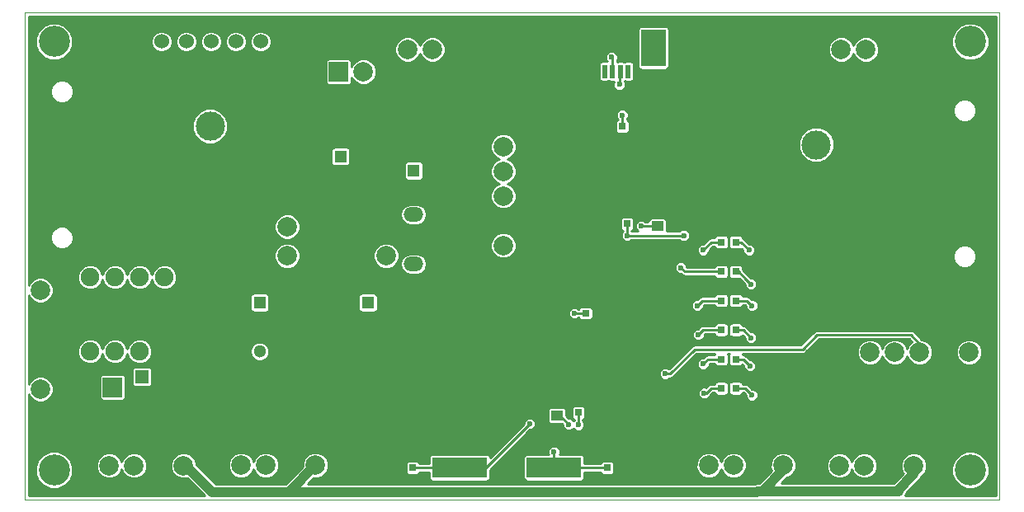
<source format=gtl>
G04 #@! TF.FileFunction,Copper,L1,Top,Signal*
%FSLAX46Y46*%
G04 Gerber Fmt 4.6, Leading zero omitted, Abs format (unit mm)*
G04 Created by KiCad (PCBNEW (2015-07-11 BZR 5925, Git c291b88)-product) date 2015/07/28 4:08:13*
%MOMM*%
G01*
G04 APERTURE LIST*
%ADD10C,0.100000*%
%ADD11R,0.800000X0.750000*%
%ADD12R,1.400000X1.400000*%
%ADD13C,1.400000*%
%ADD14R,0.750000X0.800000*%
%ADD15R,1.250000X1.000000*%
%ADD16C,3.000000*%
%ADD17C,1.998980*%
%ADD18C,1.905000*%
%ADD19R,5.600700X2.100580*%
%ADD20C,2.000000*%
%ADD21O,2.000000X1.500000*%
%ADD22R,1.300000X1.300000*%
%ADD23C,1.300000*%
%ADD24R,1.998980X1.998980*%
%ADD25R,2.500000X3.800000*%
%ADD26R,0.500000X1.400000*%
%ADD27R,2.000000X2.000000*%
%ADD28C,1.524000*%
%ADD29R,0.797560X0.797560*%
%ADD30C,3.200000*%
%ADD31C,0.600000*%
%ADD32C,0.250000*%
%ADD33C,1.000000*%
%ADD34C,0.254000*%
G04 APERTURE END LIST*
D10*
X181000000Y-57600000D02*
X81000000Y-57600000D01*
X181000000Y-107600000D02*
X181000000Y-57600000D01*
X81000000Y-107600000D02*
X181000000Y-107600000D01*
X81000000Y-57600000D02*
X81000000Y-107600000D01*
D11*
X138550000Y-88500000D03*
X140050000Y-88500000D03*
D12*
X93000000Y-95000000D03*
D13*
X98000000Y-95000000D03*
D14*
X142300000Y-69300000D03*
X142300000Y-70800000D03*
D15*
X145900000Y-79550000D03*
X145900000Y-77550000D03*
D14*
X137800000Y-98700000D03*
X137800000Y-97200000D03*
X142800000Y-79300000D03*
X142800000Y-77800000D03*
D15*
X135600000Y-99000000D03*
X135600000Y-97000000D03*
D14*
X140750000Y-104350000D03*
X140750000Y-102850000D03*
X120800000Y-104350000D03*
X120800000Y-102850000D03*
D16*
X100000000Y-77200000D03*
X100000000Y-69280000D03*
D17*
X118080000Y-79600000D03*
X107920000Y-79600000D03*
X118080000Y-82600000D03*
X107920000Y-82600000D03*
X82600000Y-86120000D03*
X82600000Y-96280000D03*
D18*
X87690000Y-92410000D03*
X90230000Y-92410000D03*
X92770000Y-92410000D03*
X95310000Y-92410000D03*
X95310000Y-84790000D03*
X92770000Y-84790000D03*
X90230000Y-84790000D03*
X87690000Y-84790000D03*
D19*
X125601140Y-104350000D03*
X135298860Y-104350000D03*
D20*
X130100000Y-71370000D03*
X130100000Y-73910000D03*
X130100000Y-76450000D03*
X130100000Y-78990000D03*
X130100000Y-81530000D03*
X167720000Y-92500000D03*
X170260000Y-92500000D03*
X172800000Y-92500000D03*
X175340000Y-92500000D03*
X177880000Y-92500000D03*
D21*
X120900000Y-83440000D03*
X120900000Y-78360000D03*
X120900000Y-80900000D03*
D22*
X120900000Y-73850000D03*
D23*
X118400000Y-73850000D03*
D22*
X116200000Y-87400000D03*
D23*
X116200000Y-92400000D03*
D22*
X113400000Y-72400000D03*
D23*
X108400000Y-72400000D03*
D16*
X162200000Y-71200000D03*
X162200000Y-79120000D03*
D17*
X86190000Y-96100000D03*
D24*
X90000000Y-96100000D03*
D25*
X145500000Y-61250000D03*
X137100000Y-61250000D03*
D26*
X141300000Y-63650000D03*
X142100000Y-63650000D03*
X140500000Y-63650000D03*
X142900000Y-63650000D03*
X139700000Y-63650000D03*
D20*
X125340000Y-61400000D03*
X122800000Y-61400000D03*
X120260000Y-61400000D03*
X169840000Y-61400000D03*
X167300000Y-61400000D03*
X164760000Y-61400000D03*
X172212000Y-104140000D03*
X169672000Y-104140000D03*
X167132000Y-104140000D03*
X164592000Y-104140000D03*
X158810000Y-104100000D03*
X156270000Y-104100000D03*
X153730000Y-104100000D03*
X151190000Y-104100000D03*
X110810000Y-104100000D03*
X108270000Y-104100000D03*
X105730000Y-104100000D03*
X103190000Y-104100000D03*
X97282000Y-104140000D03*
X94742000Y-104140000D03*
X92202000Y-104140000D03*
X89662000Y-104140000D03*
D27*
X113200000Y-63700000D03*
D20*
X115740000Y-63700000D03*
D22*
X105100000Y-87400000D03*
D23*
X105100000Y-92400000D03*
D28*
X97560000Y-60600000D03*
X100100000Y-60600000D03*
X102640000Y-60600000D03*
X95020000Y-60600000D03*
X105180000Y-60600000D03*
D29*
X152450700Y-87200000D03*
X153949300Y-87200000D03*
X152450700Y-90200000D03*
X153949300Y-90200000D03*
X152450700Y-93200000D03*
X153949300Y-93200000D03*
X152450700Y-96200000D03*
X153949300Y-96200000D03*
D30*
X178000000Y-60600000D03*
X84000000Y-60600000D03*
X84000000Y-104600000D03*
X178000000Y-104600000D03*
D29*
X152450700Y-84200000D03*
X153949300Y-84200000D03*
X152450700Y-81200000D03*
X153949300Y-81200000D03*
D31*
X137400000Y-88500000D03*
X148600000Y-80500000D03*
X142800000Y-80500000D03*
X148500000Y-86900000D03*
X146800000Y-83800000D03*
X140100000Y-89800000D03*
X155800000Y-71200000D03*
X155600000Y-66800000D03*
X135300000Y-102750000D03*
X132800000Y-99850000D03*
X146700000Y-94700000D03*
X142000000Y-65000000D03*
X142300000Y-68150000D03*
X137800000Y-99950000D03*
X141200000Y-62200000D03*
X144250000Y-79550000D03*
X136800000Y-99900000D03*
X150000000Y-87700000D03*
X155600000Y-87700000D03*
X150100000Y-90700000D03*
X155500000Y-91000000D03*
X150600000Y-93700000D03*
X155400000Y-93900000D03*
X150700000Y-96700000D03*
X155600000Y-96900000D03*
X155500000Y-85500000D03*
X148300000Y-83800000D03*
X155300000Y-82000000D03*
X150600000Y-82000000D03*
D32*
X137400000Y-88500000D02*
X138550000Y-88500000D01*
X142800000Y-80500000D02*
X148600000Y-80500000D01*
X142800000Y-79300000D02*
X142800000Y-80500000D01*
X148500000Y-85500000D02*
X148500000Y-86900000D01*
X146800000Y-83800000D02*
X148500000Y-85500000D01*
X140050000Y-88500000D02*
X140050000Y-89750000D01*
X140050000Y-89750000D02*
X140100000Y-89800000D01*
X155800000Y-67000000D02*
X155800000Y-71200000D01*
X155600000Y-66800000D02*
X155800000Y-67000000D01*
X135298860Y-104350000D02*
X140750000Y-104350000D01*
X135298860Y-102751140D02*
X135298860Y-104350000D01*
X135300000Y-102750000D02*
X135298860Y-102751140D01*
X132800000Y-99850000D02*
X128300000Y-104350000D01*
X128300000Y-104350000D02*
X125601140Y-104350000D01*
X120800000Y-104350000D02*
X125601140Y-104350000D01*
D33*
X158810000Y-104590000D02*
X156645000Y-106755000D01*
X172212000Y-104140000D02*
X172212000Y-105043000D01*
X172212000Y-105043000D02*
X170500000Y-106755000D01*
X170500000Y-106755000D02*
X170655000Y-106755000D01*
X97282000Y-104140000D02*
X97536000Y-104140000D01*
X97536000Y-104140000D02*
X100246000Y-106850000D01*
X156155000Y-106755000D02*
X156645000Y-106755000D01*
X156645000Y-106755000D02*
X170655000Y-106755000D01*
X156155000Y-106755000D02*
X156060000Y-106850000D01*
X156060000Y-106850000D02*
X108060000Y-106850000D01*
X100246000Y-106850000D02*
X108060000Y-106850000D01*
X108060000Y-106850000D02*
X110810000Y-104100000D01*
D32*
X172800000Y-92500000D02*
X172800000Y-91600000D01*
X172800000Y-91600000D02*
X171900000Y-90700000D01*
X171900000Y-90700000D02*
X162300000Y-90700000D01*
X162300000Y-90700000D02*
X160800000Y-92200000D01*
X160800000Y-92200000D02*
X149700000Y-92200000D01*
X149700000Y-92200000D02*
X147200000Y-94700000D01*
X147200000Y-94700000D02*
X146700000Y-94700000D01*
X142100000Y-63650000D02*
X142000000Y-63750000D01*
X142000000Y-63750000D02*
X142000000Y-65000000D01*
X142300000Y-68150000D02*
X142300000Y-69300000D01*
X137800000Y-99950000D02*
X137800000Y-98700000D01*
X141200000Y-62200000D02*
X141300000Y-62300000D01*
X141300000Y-62300000D02*
X141300000Y-63650000D01*
X144250000Y-79550000D02*
X145900000Y-79550000D01*
X136800000Y-99900000D02*
X135900000Y-99000000D01*
X135900000Y-99000000D02*
X135600000Y-99000000D01*
X152450700Y-87200000D02*
X150500000Y-87200000D01*
X150500000Y-87200000D02*
X150000000Y-87700000D01*
X155100000Y-87200000D02*
X153949300Y-87200000D01*
X155600000Y-87700000D02*
X155100000Y-87200000D01*
X152450700Y-90200000D02*
X150600000Y-90200000D01*
X150600000Y-90200000D02*
X150100000Y-90700000D01*
X153949300Y-90200000D02*
X154700000Y-90200000D01*
X154700000Y-90200000D02*
X155500000Y-91000000D01*
X152450700Y-93200000D02*
X151100000Y-93200000D01*
X151100000Y-93200000D02*
X150600000Y-93700000D01*
X154700000Y-93200000D02*
X153949300Y-93200000D01*
X155400000Y-93900000D02*
X154700000Y-93200000D01*
X152450700Y-96200000D02*
X151400000Y-96200000D01*
X150900000Y-96700000D02*
X150700000Y-96700000D01*
X151400000Y-96200000D02*
X150900000Y-96700000D01*
X153949300Y-96200000D02*
X154900000Y-96200000D01*
X154900000Y-96200000D02*
X155600000Y-96900000D01*
X153949300Y-84200000D02*
X154200000Y-84200000D01*
X154200000Y-84200000D02*
X155000000Y-85000000D01*
X155500000Y-85500000D02*
X155000000Y-85000000D01*
X150400000Y-84200000D02*
X148700000Y-84200000D01*
X152450700Y-84200000D02*
X150400000Y-84200000D01*
X148700000Y-84200000D02*
X148300000Y-83800000D01*
X148300000Y-83800000D02*
X148400000Y-83800000D01*
X153949300Y-81200000D02*
X154500000Y-81200000D01*
X154500000Y-81200000D02*
X155300000Y-82000000D01*
X152450700Y-81200000D02*
X151400000Y-81200000D01*
X151400000Y-81200000D02*
X150600000Y-82000000D01*
D34*
G36*
X180623000Y-107223000D02*
X171317805Y-107223000D01*
X171419048Y-107071479D01*
X171435429Y-106989125D01*
X172796778Y-105627777D01*
X172976048Y-105359479D01*
X173002647Y-105225756D01*
X173247207Y-104981622D01*
X176072666Y-104981622D01*
X176365416Y-105690132D01*
X176907017Y-106232678D01*
X177615014Y-106526665D01*
X178381622Y-106527334D01*
X179090132Y-106234584D01*
X179632678Y-105692983D01*
X179926665Y-104984986D01*
X179927334Y-104218378D01*
X179634584Y-103509868D01*
X179092983Y-102967322D01*
X178384986Y-102673335D01*
X177618378Y-102672666D01*
X176909868Y-102965416D01*
X176367322Y-103507017D01*
X176073335Y-104215014D01*
X176072666Y-104981622D01*
X173247207Y-104981622D01*
X173336319Y-104892666D01*
X173538769Y-104405115D01*
X173539229Y-103877202D01*
X173337631Y-103389297D01*
X172964666Y-103015681D01*
X172477115Y-102813231D01*
X171949202Y-102812771D01*
X171461297Y-103014369D01*
X171087681Y-103387334D01*
X170885231Y-103874885D01*
X170884771Y-104402798D01*
X171086369Y-104890703D01*
X171140508Y-104944937D01*
X170157446Y-105928000D01*
X158641555Y-105928000D01*
X159191283Y-105378272D01*
X159560703Y-105225631D01*
X159934319Y-104852666D01*
X160121121Y-104402798D01*
X163264771Y-104402798D01*
X163466369Y-104890703D01*
X163839334Y-105264319D01*
X164326885Y-105466769D01*
X164854798Y-105467229D01*
X165342703Y-105265631D01*
X165716319Y-104892666D01*
X165862109Y-104541567D01*
X166006369Y-104890703D01*
X166379334Y-105264319D01*
X166866885Y-105466769D01*
X167394798Y-105467229D01*
X167882703Y-105265631D01*
X168256319Y-104892666D01*
X168458769Y-104405115D01*
X168459229Y-103877202D01*
X168257631Y-103389297D01*
X167884666Y-103015681D01*
X167397115Y-102813231D01*
X166869202Y-102812771D01*
X166381297Y-103014369D01*
X166007681Y-103387334D01*
X165861891Y-103738433D01*
X165717631Y-103389297D01*
X165344666Y-103015681D01*
X164857115Y-102813231D01*
X164329202Y-102812771D01*
X163841297Y-103014369D01*
X163467681Y-103387334D01*
X163265231Y-103874885D01*
X163264771Y-104402798D01*
X160121121Y-104402798D01*
X160136769Y-104365115D01*
X160137229Y-103837202D01*
X159935631Y-103349297D01*
X159562666Y-102975681D01*
X159075115Y-102773231D01*
X158547202Y-102772771D01*
X158059297Y-102974369D01*
X157685681Y-103347334D01*
X157483231Y-103834885D01*
X157482771Y-104362798D01*
X157595302Y-104635144D01*
X156302446Y-105928000D01*
X156155000Y-105928000D01*
X155838521Y-105990952D01*
X155790558Y-106023000D01*
X110056555Y-106023000D01*
X110652692Y-105426863D01*
X111072798Y-105427229D01*
X111560703Y-105225631D01*
X111934319Y-104852666D01*
X112136769Y-104365115D01*
X112137130Y-103950000D01*
X120091594Y-103950000D01*
X120091594Y-104750000D01*
X120115785Y-104874684D01*
X120187771Y-104984270D01*
X120296445Y-105057625D01*
X120425000Y-105083406D01*
X121175000Y-105083406D01*
X121299684Y-105059215D01*
X121409270Y-104987229D01*
X121482625Y-104878555D01*
X121497978Y-104802000D01*
X122467384Y-104802000D01*
X122467384Y-105400290D01*
X122491575Y-105524974D01*
X122563561Y-105634560D01*
X122672235Y-105707915D01*
X122800790Y-105733696D01*
X128401490Y-105733696D01*
X128526174Y-105709505D01*
X128635760Y-105637519D01*
X128709115Y-105528845D01*
X128734896Y-105400290D01*
X128734896Y-104554328D01*
X129989514Y-103299710D01*
X132165104Y-103299710D01*
X132165104Y-105400290D01*
X132189295Y-105524974D01*
X132261281Y-105634560D01*
X132369955Y-105707915D01*
X132498510Y-105733696D01*
X138099210Y-105733696D01*
X138223894Y-105709505D01*
X138333480Y-105637519D01*
X138406835Y-105528845D01*
X138432616Y-105400290D01*
X138432616Y-104802000D01*
X140051683Y-104802000D01*
X140065785Y-104874684D01*
X140137771Y-104984270D01*
X140246445Y-105057625D01*
X140375000Y-105083406D01*
X141125000Y-105083406D01*
X141249684Y-105059215D01*
X141359270Y-104987229D01*
X141432625Y-104878555D01*
X141458406Y-104750000D01*
X141458406Y-104362798D01*
X149862771Y-104362798D01*
X150064369Y-104850703D01*
X150437334Y-105224319D01*
X150924885Y-105426769D01*
X151452798Y-105427229D01*
X151940703Y-105225631D01*
X152314319Y-104852666D01*
X152460109Y-104501567D01*
X152604369Y-104850703D01*
X152977334Y-105224319D01*
X153464885Y-105426769D01*
X153992798Y-105427229D01*
X154480703Y-105225631D01*
X154854319Y-104852666D01*
X155056769Y-104365115D01*
X155057229Y-103837202D01*
X154855631Y-103349297D01*
X154482666Y-102975681D01*
X153995115Y-102773231D01*
X153467202Y-102772771D01*
X152979297Y-102974369D01*
X152605681Y-103347334D01*
X152459891Y-103698433D01*
X152315631Y-103349297D01*
X151942666Y-102975681D01*
X151455115Y-102773231D01*
X150927202Y-102772771D01*
X150439297Y-102974369D01*
X150065681Y-103347334D01*
X149863231Y-103834885D01*
X149862771Y-104362798D01*
X141458406Y-104362798D01*
X141458406Y-103950000D01*
X141434215Y-103825316D01*
X141362229Y-103715730D01*
X141253555Y-103642375D01*
X141125000Y-103616594D01*
X140375000Y-103616594D01*
X140250316Y-103640785D01*
X140140730Y-103712771D01*
X140067375Y-103821445D01*
X140052022Y-103898000D01*
X138432616Y-103898000D01*
X138432616Y-103299710D01*
X138408425Y-103175026D01*
X138336439Y-103065440D01*
X138227765Y-102992085D01*
X138099210Y-102966304D01*
X135889088Y-102966304D01*
X135926891Y-102875265D01*
X135927109Y-102625829D01*
X135831855Y-102395297D01*
X135655631Y-102218765D01*
X135425265Y-102123109D01*
X135175829Y-102122891D01*
X134945297Y-102218145D01*
X134768765Y-102394369D01*
X134673109Y-102624735D01*
X134672891Y-102874171D01*
X134710960Y-102966304D01*
X132498510Y-102966304D01*
X132373826Y-102990495D01*
X132264240Y-103062481D01*
X132190885Y-103171155D01*
X132165104Y-103299710D01*
X129989514Y-103299710D01*
X132812213Y-100477011D01*
X132924171Y-100477109D01*
X133154703Y-100381855D01*
X133331235Y-100205631D01*
X133426891Y-99975265D01*
X133427109Y-99725829D01*
X133331855Y-99495297D01*
X133155631Y-99318765D01*
X132925265Y-99223109D01*
X132675829Y-99222891D01*
X132445297Y-99318145D01*
X132268765Y-99494369D01*
X132173109Y-99724735D01*
X132173010Y-99837766D01*
X128731024Y-103279752D01*
X128710705Y-103175026D01*
X128638719Y-103065440D01*
X128530045Y-102992085D01*
X128401490Y-102966304D01*
X122800790Y-102966304D01*
X122676106Y-102990495D01*
X122566520Y-103062481D01*
X122493165Y-103171155D01*
X122467384Y-103299710D01*
X122467384Y-103898000D01*
X121498317Y-103898000D01*
X121484215Y-103825316D01*
X121412229Y-103715730D01*
X121303555Y-103642375D01*
X121175000Y-103616594D01*
X120425000Y-103616594D01*
X120300316Y-103640785D01*
X120190730Y-103712771D01*
X120117375Y-103821445D01*
X120091594Y-103950000D01*
X112137130Y-103950000D01*
X112137229Y-103837202D01*
X111935631Y-103349297D01*
X111562666Y-102975681D01*
X111075115Y-102773231D01*
X110547202Y-102772771D01*
X110059297Y-102974369D01*
X109685681Y-103347334D01*
X109483231Y-103834885D01*
X109482863Y-104257583D01*
X107717446Y-106023000D01*
X100588554Y-106023000D01*
X98928352Y-104362798D01*
X101862771Y-104362798D01*
X102064369Y-104850703D01*
X102437334Y-105224319D01*
X102924885Y-105426769D01*
X103452798Y-105427229D01*
X103940703Y-105225631D01*
X104314319Y-104852666D01*
X104460109Y-104501567D01*
X104604369Y-104850703D01*
X104977334Y-105224319D01*
X105464885Y-105426769D01*
X105992798Y-105427229D01*
X106480703Y-105225631D01*
X106854319Y-104852666D01*
X107056769Y-104365115D01*
X107057229Y-103837202D01*
X106855631Y-103349297D01*
X106482666Y-102975681D01*
X105995115Y-102773231D01*
X105467202Y-102772771D01*
X104979297Y-102974369D01*
X104605681Y-103347334D01*
X104459891Y-103698433D01*
X104315631Y-103349297D01*
X103942666Y-102975681D01*
X103455115Y-102773231D01*
X102927202Y-102772771D01*
X102439297Y-102974369D01*
X102065681Y-103347334D01*
X101863231Y-103834885D01*
X101862771Y-104362798D01*
X98928352Y-104362798D01*
X98609084Y-104043530D01*
X98609229Y-103877202D01*
X98407631Y-103389297D01*
X98034666Y-103015681D01*
X97547115Y-102813231D01*
X97019202Y-102812771D01*
X96531297Y-103014369D01*
X96157681Y-103387334D01*
X95955231Y-103874885D01*
X95954771Y-104402798D01*
X96156369Y-104890703D01*
X96529334Y-105264319D01*
X97016885Y-105466769D01*
X97544798Y-105467229D01*
X97650146Y-105423700D01*
X99449446Y-107223000D01*
X81377000Y-107223000D01*
X81377000Y-104981622D01*
X82072666Y-104981622D01*
X82365416Y-105690132D01*
X82907017Y-106232678D01*
X83615014Y-106526665D01*
X84381622Y-106527334D01*
X85090132Y-106234584D01*
X85632678Y-105692983D01*
X85926665Y-104984986D01*
X85927173Y-104402798D01*
X88334771Y-104402798D01*
X88536369Y-104890703D01*
X88909334Y-105264319D01*
X89396885Y-105466769D01*
X89924798Y-105467229D01*
X90412703Y-105265631D01*
X90786319Y-104892666D01*
X90932109Y-104541567D01*
X91076369Y-104890703D01*
X91449334Y-105264319D01*
X91936885Y-105466769D01*
X92464798Y-105467229D01*
X92952703Y-105265631D01*
X93326319Y-104892666D01*
X93528769Y-104405115D01*
X93529229Y-103877202D01*
X93327631Y-103389297D01*
X92954666Y-103015681D01*
X92467115Y-102813231D01*
X91939202Y-102812771D01*
X91451297Y-103014369D01*
X91077681Y-103387334D01*
X90931891Y-103738433D01*
X90787631Y-103389297D01*
X90414666Y-103015681D01*
X89927115Y-102813231D01*
X89399202Y-102812771D01*
X88911297Y-103014369D01*
X88537681Y-103387334D01*
X88335231Y-103874885D01*
X88334771Y-104402798D01*
X85927173Y-104402798D01*
X85927334Y-104218378D01*
X85634584Y-103509868D01*
X85092983Y-102967322D01*
X84384986Y-102673335D01*
X83618378Y-102672666D01*
X82909868Y-102965416D01*
X82367322Y-103507017D01*
X82073335Y-104215014D01*
X82072666Y-104981622D01*
X81377000Y-104981622D01*
X81377000Y-98500000D01*
X134641594Y-98500000D01*
X134641594Y-99500000D01*
X134665785Y-99624684D01*
X134737771Y-99734270D01*
X134846445Y-99807625D01*
X134975000Y-99833406D01*
X136094182Y-99833406D01*
X136172989Y-99912213D01*
X136172891Y-100024171D01*
X136268145Y-100254703D01*
X136444369Y-100431235D01*
X136674735Y-100526891D01*
X136924171Y-100527109D01*
X137154703Y-100431855D01*
X137275099Y-100311669D01*
X137444369Y-100481235D01*
X137674735Y-100576891D01*
X137924171Y-100577109D01*
X138154703Y-100481855D01*
X138331235Y-100305631D01*
X138426891Y-100075265D01*
X138427109Y-99825829D01*
X138331855Y-99595297D01*
X138252000Y-99515302D01*
X138252000Y-99418467D01*
X138299684Y-99409215D01*
X138409270Y-99337229D01*
X138482625Y-99228555D01*
X138508406Y-99100000D01*
X138508406Y-98300000D01*
X138484215Y-98175316D01*
X138412229Y-98065730D01*
X138303555Y-97992375D01*
X138175000Y-97966594D01*
X137425000Y-97966594D01*
X137300316Y-97990785D01*
X137190730Y-98062771D01*
X137117375Y-98171445D01*
X137091594Y-98300000D01*
X137091594Y-99100000D01*
X137115785Y-99224684D01*
X137187771Y-99334270D01*
X137296445Y-99407625D01*
X137348000Y-99417964D01*
X137348000Y-99515272D01*
X137324901Y-99538331D01*
X137155631Y-99368765D01*
X136925265Y-99273109D01*
X136812234Y-99273010D01*
X136558406Y-99019182D01*
X136558406Y-98500000D01*
X136534215Y-98375316D01*
X136462229Y-98265730D01*
X136353555Y-98192375D01*
X136225000Y-98166594D01*
X134975000Y-98166594D01*
X134850316Y-98190785D01*
X134740730Y-98262771D01*
X134667375Y-98371445D01*
X134641594Y-98500000D01*
X81377000Y-98500000D01*
X81377000Y-96793717D01*
X81474801Y-97030414D01*
X81847623Y-97403887D01*
X82334987Y-97606259D01*
X82862697Y-97606719D01*
X83350414Y-97405199D01*
X83723887Y-97032377D01*
X83926259Y-96545013D01*
X83926719Y-96017303D01*
X83725199Y-95529586D01*
X83352377Y-95156113D01*
X83218471Y-95100510D01*
X88667104Y-95100510D01*
X88667104Y-97099490D01*
X88691295Y-97224174D01*
X88763281Y-97333760D01*
X88871955Y-97407115D01*
X89000510Y-97432896D01*
X90999490Y-97432896D01*
X91124174Y-97408705D01*
X91233760Y-97336719D01*
X91307115Y-97228045D01*
X91332896Y-97099490D01*
X91332896Y-96824171D01*
X150072891Y-96824171D01*
X150168145Y-97054703D01*
X150344369Y-97231235D01*
X150574735Y-97326891D01*
X150824171Y-97327109D01*
X151054703Y-97231855D01*
X151231235Y-97055631D01*
X151265065Y-96974159D01*
X151587224Y-96652000D01*
X151728840Y-96652000D01*
X151742705Y-96723464D01*
X151814691Y-96833050D01*
X151923365Y-96906405D01*
X152051920Y-96932186D01*
X152849480Y-96932186D01*
X152974164Y-96907995D01*
X153083750Y-96836009D01*
X153157105Y-96727335D01*
X153182886Y-96598780D01*
X153182886Y-95801220D01*
X153217114Y-95801220D01*
X153217114Y-96598780D01*
X153241305Y-96723464D01*
X153313291Y-96833050D01*
X153421965Y-96906405D01*
X153550520Y-96932186D01*
X154348080Y-96932186D01*
X154472764Y-96907995D01*
X154582350Y-96836009D01*
X154655705Y-96727335D01*
X154670813Y-96652000D01*
X154712776Y-96652000D01*
X154972989Y-96912213D01*
X154972891Y-97024171D01*
X155068145Y-97254703D01*
X155244369Y-97431235D01*
X155474735Y-97526891D01*
X155724171Y-97527109D01*
X155954703Y-97431855D01*
X156131235Y-97255631D01*
X156226891Y-97025265D01*
X156227109Y-96775829D01*
X156131855Y-96545297D01*
X155955631Y-96368765D01*
X155725265Y-96273109D01*
X155612235Y-96273010D01*
X155219612Y-95880388D01*
X155072973Y-95782406D01*
X154900000Y-95748000D01*
X154671160Y-95748000D01*
X154657295Y-95676536D01*
X154585309Y-95566950D01*
X154476635Y-95493595D01*
X154348080Y-95467814D01*
X153550520Y-95467814D01*
X153425836Y-95492005D01*
X153316250Y-95563991D01*
X153242895Y-95672665D01*
X153217114Y-95801220D01*
X153182886Y-95801220D01*
X153182886Y-95801220D01*
X153158695Y-95676536D01*
X153086709Y-95566950D01*
X152978035Y-95493595D01*
X152849480Y-95467814D01*
X152051920Y-95467814D01*
X151927236Y-95492005D01*
X151817650Y-95563991D01*
X151744295Y-95672665D01*
X151729187Y-95748000D01*
X151400000Y-95748000D01*
X151227027Y-95782406D01*
X151080388Y-95880388D01*
X150869358Y-96091418D01*
X150825265Y-96073109D01*
X150575829Y-96072891D01*
X150345297Y-96168145D01*
X150168765Y-96344369D01*
X150073109Y-96574735D01*
X150072891Y-96824171D01*
X91332896Y-96824171D01*
X91332896Y-95100510D01*
X91308705Y-94975826D01*
X91236719Y-94866240D01*
X91128045Y-94792885D01*
X90999490Y-94767104D01*
X89000510Y-94767104D01*
X88875826Y-94791295D01*
X88766240Y-94863281D01*
X88692885Y-94971955D01*
X88667104Y-95100510D01*
X83218471Y-95100510D01*
X82865013Y-94953741D01*
X82337303Y-94953281D01*
X81849586Y-95154801D01*
X81476113Y-95527623D01*
X81377000Y-95766313D01*
X81377000Y-94300000D01*
X91966594Y-94300000D01*
X91966594Y-95700000D01*
X91990785Y-95824684D01*
X92062771Y-95934270D01*
X92171445Y-96007625D01*
X92300000Y-96033406D01*
X93700000Y-96033406D01*
X93824684Y-96009215D01*
X93934270Y-95937229D01*
X94007625Y-95828555D01*
X94033406Y-95700000D01*
X94033406Y-94824171D01*
X146072891Y-94824171D01*
X146168145Y-95054703D01*
X146344369Y-95231235D01*
X146574735Y-95326891D01*
X146824171Y-95327109D01*
X147054703Y-95231855D01*
X147134698Y-95152000D01*
X147200000Y-95152000D01*
X147372973Y-95117594D01*
X147519612Y-95019612D01*
X149887224Y-92652000D01*
X151758244Y-92652000D01*
X151744295Y-92672665D01*
X151729187Y-92748000D01*
X151100000Y-92748000D01*
X150927027Y-92782406D01*
X150780388Y-92880388D01*
X150587787Y-93072989D01*
X150475829Y-93072891D01*
X150245297Y-93168145D01*
X150068765Y-93344369D01*
X149973109Y-93574735D01*
X149972891Y-93824171D01*
X150068145Y-94054703D01*
X150244369Y-94231235D01*
X150474735Y-94326891D01*
X150724171Y-94327109D01*
X150954703Y-94231855D01*
X151131235Y-94055631D01*
X151226891Y-93825265D01*
X151226990Y-93712234D01*
X151287224Y-93652000D01*
X151728840Y-93652000D01*
X151742705Y-93723464D01*
X151814691Y-93833050D01*
X151923365Y-93906405D01*
X152051920Y-93932186D01*
X152849480Y-93932186D01*
X152974164Y-93907995D01*
X153083750Y-93836009D01*
X153157105Y-93727335D01*
X153182886Y-93598780D01*
X153182886Y-92801220D01*
X153158695Y-92676536D01*
X153142578Y-92652000D01*
X153256844Y-92652000D01*
X153242895Y-92672665D01*
X153217114Y-92801220D01*
X153217114Y-93598780D01*
X153241305Y-93723464D01*
X153313291Y-93833050D01*
X153421965Y-93906405D01*
X153550520Y-93932186D01*
X154348080Y-93932186D01*
X154472764Y-93907995D01*
X154582350Y-93836009D01*
X154628465Y-93767690D01*
X154772989Y-93912213D01*
X154772891Y-94024171D01*
X154868145Y-94254703D01*
X155044369Y-94431235D01*
X155274735Y-94526891D01*
X155524171Y-94527109D01*
X155754703Y-94431855D01*
X155931235Y-94255631D01*
X156026891Y-94025265D01*
X156027109Y-93775829D01*
X155931855Y-93545297D01*
X155755631Y-93368765D01*
X155525265Y-93273109D01*
X155412235Y-93273010D01*
X155019612Y-92880388D01*
X154872973Y-92782406D01*
X154700000Y-92748000D01*
X154671160Y-92748000D01*
X154657295Y-92676536D01*
X154641178Y-92652000D01*
X160800000Y-92652000D01*
X160972973Y-92617594D01*
X161119612Y-92519612D01*
X162487225Y-91152000D01*
X171712776Y-91152000D01*
X171992171Y-91431395D01*
X171675681Y-91747334D01*
X171529891Y-92098433D01*
X171385631Y-91749297D01*
X171012666Y-91375681D01*
X170525115Y-91173231D01*
X169997202Y-91172771D01*
X169509297Y-91374369D01*
X169135681Y-91747334D01*
X168989891Y-92098433D01*
X168845631Y-91749297D01*
X168472666Y-91375681D01*
X167985115Y-91173231D01*
X167457202Y-91172771D01*
X166969297Y-91374369D01*
X166595681Y-91747334D01*
X166393231Y-92234885D01*
X166392771Y-92762798D01*
X166594369Y-93250703D01*
X166967334Y-93624319D01*
X167454885Y-93826769D01*
X167982798Y-93827229D01*
X168470703Y-93625631D01*
X168844319Y-93252666D01*
X168990109Y-92901567D01*
X169134369Y-93250703D01*
X169507334Y-93624319D01*
X169994885Y-93826769D01*
X170522798Y-93827229D01*
X171010703Y-93625631D01*
X171384319Y-93252666D01*
X171530109Y-92901567D01*
X171674369Y-93250703D01*
X172047334Y-93624319D01*
X172534885Y-93826769D01*
X173062798Y-93827229D01*
X173550703Y-93625631D01*
X173924319Y-93252666D01*
X174126769Y-92765115D01*
X174126771Y-92762798D01*
X176552771Y-92762798D01*
X176754369Y-93250703D01*
X177127334Y-93624319D01*
X177614885Y-93826769D01*
X178142798Y-93827229D01*
X178630703Y-93625631D01*
X179004319Y-93252666D01*
X179206769Y-92765115D01*
X179207229Y-92237202D01*
X179005631Y-91749297D01*
X178632666Y-91375681D01*
X178145115Y-91173231D01*
X177617202Y-91172771D01*
X177129297Y-91374369D01*
X176755681Y-91747334D01*
X176553231Y-92234885D01*
X176552771Y-92762798D01*
X174126771Y-92762798D01*
X174127229Y-92237202D01*
X173925631Y-91749297D01*
X173552666Y-91375681D01*
X173065115Y-91173231D01*
X173012409Y-91173185D01*
X172219612Y-90380388D01*
X172072973Y-90282406D01*
X171900000Y-90248000D01*
X162300000Y-90248000D01*
X162127027Y-90282406D01*
X161980387Y-90380388D01*
X160612776Y-91748000D01*
X149700000Y-91748000D01*
X149527027Y-91782406D01*
X149380388Y-91880388D01*
X147073805Y-94186971D01*
X147055631Y-94168765D01*
X146825265Y-94073109D01*
X146575829Y-94072891D01*
X146345297Y-94168145D01*
X146168765Y-94344369D01*
X146073109Y-94574735D01*
X146072891Y-94824171D01*
X94033406Y-94824171D01*
X94033406Y-94300000D01*
X94009215Y-94175316D01*
X93937229Y-94065730D01*
X93828555Y-93992375D01*
X93700000Y-93966594D01*
X92300000Y-93966594D01*
X92175316Y-93990785D01*
X92065730Y-94062771D01*
X91992375Y-94171445D01*
X91966594Y-94300000D01*
X81377000Y-94300000D01*
X81377000Y-92663392D01*
X86410278Y-92663392D01*
X86604660Y-93133832D01*
X86964275Y-93494075D01*
X87434375Y-93689278D01*
X87943392Y-93689722D01*
X88413832Y-93495340D01*
X88774075Y-93135725D01*
X88960217Y-92687446D01*
X89144660Y-93133832D01*
X89504275Y-93494075D01*
X89974375Y-93689278D01*
X90483392Y-93689722D01*
X90953832Y-93495340D01*
X91314075Y-93135725D01*
X91500217Y-92687446D01*
X91684660Y-93133832D01*
X92044275Y-93494075D01*
X92514375Y-93689278D01*
X93023392Y-93689722D01*
X93493832Y-93495340D01*
X93854075Y-93135725D01*
X94049278Y-92665625D01*
X94049340Y-92593485D01*
X104122830Y-92593485D01*
X104271256Y-92952703D01*
X104545851Y-93227778D01*
X104904810Y-93376830D01*
X105293485Y-93377170D01*
X105652703Y-93228744D01*
X105927778Y-92954149D01*
X106076830Y-92595190D01*
X106077170Y-92206515D01*
X105928744Y-91847297D01*
X105654149Y-91572222D01*
X105295190Y-91423170D01*
X104906515Y-91422830D01*
X104547297Y-91571256D01*
X104272222Y-91845851D01*
X104123170Y-92204810D01*
X104122830Y-92593485D01*
X94049340Y-92593485D01*
X94049722Y-92156608D01*
X93855340Y-91686168D01*
X93495725Y-91325925D01*
X93025625Y-91130722D01*
X92516608Y-91130278D01*
X92046168Y-91324660D01*
X91685925Y-91684275D01*
X91499783Y-92132554D01*
X91315340Y-91686168D01*
X90955725Y-91325925D01*
X90485625Y-91130722D01*
X89976608Y-91130278D01*
X89506168Y-91324660D01*
X89145925Y-91684275D01*
X88959783Y-92132554D01*
X88775340Y-91686168D01*
X88415725Y-91325925D01*
X87945625Y-91130722D01*
X87436608Y-91130278D01*
X86966168Y-91324660D01*
X86605925Y-91684275D01*
X86410722Y-92154375D01*
X86410278Y-92663392D01*
X81377000Y-92663392D01*
X81377000Y-90824171D01*
X149472891Y-90824171D01*
X149568145Y-91054703D01*
X149744369Y-91231235D01*
X149974735Y-91326891D01*
X150224171Y-91327109D01*
X150454703Y-91231855D01*
X150631235Y-91055631D01*
X150726891Y-90825265D01*
X150726990Y-90712234D01*
X150787224Y-90652000D01*
X151728840Y-90652000D01*
X151742705Y-90723464D01*
X151814691Y-90833050D01*
X151923365Y-90906405D01*
X152051920Y-90932186D01*
X152849480Y-90932186D01*
X152974164Y-90907995D01*
X153083750Y-90836009D01*
X153157105Y-90727335D01*
X153182886Y-90598780D01*
X153182886Y-89801220D01*
X153217114Y-89801220D01*
X153217114Y-90598780D01*
X153241305Y-90723464D01*
X153313291Y-90833050D01*
X153421965Y-90906405D01*
X153550520Y-90932186D01*
X154348080Y-90932186D01*
X154472764Y-90907995D01*
X154582350Y-90836009D01*
X154628466Y-90767690D01*
X154872989Y-91012213D01*
X154872891Y-91124171D01*
X154968145Y-91354703D01*
X155144369Y-91531235D01*
X155374735Y-91626891D01*
X155624171Y-91627109D01*
X155854703Y-91531855D01*
X156031235Y-91355631D01*
X156126891Y-91125265D01*
X156127109Y-90875829D01*
X156031855Y-90645297D01*
X155855631Y-90468765D01*
X155625265Y-90373109D01*
X155512234Y-90373010D01*
X155019612Y-89880388D01*
X154872973Y-89782406D01*
X154700000Y-89748000D01*
X154671160Y-89748000D01*
X154657295Y-89676536D01*
X154585309Y-89566950D01*
X154476635Y-89493595D01*
X154348080Y-89467814D01*
X153550520Y-89467814D01*
X153425836Y-89492005D01*
X153316250Y-89563991D01*
X153242895Y-89672665D01*
X153217114Y-89801220D01*
X153182886Y-89801220D01*
X153182886Y-89801220D01*
X153158695Y-89676536D01*
X153086709Y-89566950D01*
X152978035Y-89493595D01*
X152849480Y-89467814D01*
X152051920Y-89467814D01*
X151927236Y-89492005D01*
X151817650Y-89563991D01*
X151744295Y-89672665D01*
X151729187Y-89748000D01*
X150600000Y-89748000D01*
X150427027Y-89782406D01*
X150280388Y-89880388D01*
X150087787Y-90072989D01*
X149975829Y-90072891D01*
X149745297Y-90168145D01*
X149568765Y-90344369D01*
X149473109Y-90574735D01*
X149472891Y-90824171D01*
X81377000Y-90824171D01*
X81377000Y-88624171D01*
X136772891Y-88624171D01*
X136868145Y-88854703D01*
X137044369Y-89031235D01*
X137274735Y-89126891D01*
X137524171Y-89127109D01*
X137754703Y-89031855D01*
X137832047Y-88954646D01*
X137840785Y-88999684D01*
X137912771Y-89109270D01*
X138021445Y-89182625D01*
X138150000Y-89208406D01*
X138950000Y-89208406D01*
X139074684Y-89184215D01*
X139184270Y-89112229D01*
X139257625Y-89003555D01*
X139283406Y-88875000D01*
X139283406Y-88125000D01*
X139259215Y-88000316D01*
X139187229Y-87890730D01*
X139088624Y-87824171D01*
X149372891Y-87824171D01*
X149468145Y-88054703D01*
X149644369Y-88231235D01*
X149874735Y-88326891D01*
X150124171Y-88327109D01*
X150354703Y-88231855D01*
X150531235Y-88055631D01*
X150626891Y-87825265D01*
X150626990Y-87712234D01*
X150687224Y-87652000D01*
X151728840Y-87652000D01*
X151742705Y-87723464D01*
X151814691Y-87833050D01*
X151923365Y-87906405D01*
X152051920Y-87932186D01*
X152849480Y-87932186D01*
X152974164Y-87907995D01*
X153083750Y-87836009D01*
X153157105Y-87727335D01*
X153182886Y-87598780D01*
X153182886Y-86801220D01*
X153217114Y-86801220D01*
X153217114Y-87598780D01*
X153241305Y-87723464D01*
X153313291Y-87833050D01*
X153421965Y-87906405D01*
X153550520Y-87932186D01*
X154348080Y-87932186D01*
X154472764Y-87907995D01*
X154582350Y-87836009D01*
X154655705Y-87727335D01*
X154670813Y-87652000D01*
X154912776Y-87652000D01*
X154972989Y-87712213D01*
X154972891Y-87824171D01*
X155068145Y-88054703D01*
X155244369Y-88231235D01*
X155474735Y-88326891D01*
X155724171Y-88327109D01*
X155954703Y-88231855D01*
X156131235Y-88055631D01*
X156226891Y-87825265D01*
X156227109Y-87575829D01*
X156131855Y-87345297D01*
X155955631Y-87168765D01*
X155725265Y-87073109D01*
X155612234Y-87073010D01*
X155419612Y-86880388D01*
X155272973Y-86782406D01*
X155100000Y-86748000D01*
X154671160Y-86748000D01*
X154657295Y-86676536D01*
X154585309Y-86566950D01*
X154476635Y-86493595D01*
X154348080Y-86467814D01*
X153550520Y-86467814D01*
X153425836Y-86492005D01*
X153316250Y-86563991D01*
X153242895Y-86672665D01*
X153217114Y-86801220D01*
X153182886Y-86801220D01*
X153182886Y-86801220D01*
X153158695Y-86676536D01*
X153086709Y-86566950D01*
X152978035Y-86493595D01*
X152849480Y-86467814D01*
X152051920Y-86467814D01*
X151927236Y-86492005D01*
X151817650Y-86563991D01*
X151744295Y-86672665D01*
X151729187Y-86748000D01*
X150500000Y-86748000D01*
X150327027Y-86782406D01*
X150180388Y-86880388D01*
X149987787Y-87072989D01*
X149875829Y-87072891D01*
X149645297Y-87168145D01*
X149468765Y-87344369D01*
X149373109Y-87574735D01*
X149372891Y-87824171D01*
X139088624Y-87824171D01*
X139078555Y-87817375D01*
X138950000Y-87791594D01*
X138150000Y-87791594D01*
X138025316Y-87815785D01*
X137915730Y-87887771D01*
X137842375Y-87996445D01*
X137832486Y-88045755D01*
X137755631Y-87968765D01*
X137525265Y-87873109D01*
X137275829Y-87872891D01*
X137045297Y-87968145D01*
X136868765Y-88144369D01*
X136773109Y-88374735D01*
X136772891Y-88624171D01*
X81377000Y-88624171D01*
X81377000Y-86633717D01*
X81474801Y-86870414D01*
X81847623Y-87243887D01*
X82334987Y-87446259D01*
X82862697Y-87446719D01*
X83350414Y-87245199D01*
X83723887Y-86872377D01*
X83774702Y-86750000D01*
X104116594Y-86750000D01*
X104116594Y-88050000D01*
X104140785Y-88174684D01*
X104212771Y-88284270D01*
X104321445Y-88357625D01*
X104450000Y-88383406D01*
X105750000Y-88383406D01*
X105874684Y-88359215D01*
X105984270Y-88287229D01*
X106057625Y-88178555D01*
X106083406Y-88050000D01*
X106083406Y-86750000D01*
X115216594Y-86750000D01*
X115216594Y-88050000D01*
X115240785Y-88174684D01*
X115312771Y-88284270D01*
X115421445Y-88357625D01*
X115550000Y-88383406D01*
X116850000Y-88383406D01*
X116974684Y-88359215D01*
X117084270Y-88287229D01*
X117157625Y-88178555D01*
X117183406Y-88050000D01*
X117183406Y-86750000D01*
X117159215Y-86625316D01*
X117087229Y-86515730D01*
X116978555Y-86442375D01*
X116850000Y-86416594D01*
X115550000Y-86416594D01*
X115425316Y-86440785D01*
X115315730Y-86512771D01*
X115242375Y-86621445D01*
X115216594Y-86750000D01*
X106083406Y-86750000D01*
X106083406Y-86750000D01*
X106059215Y-86625316D01*
X105987229Y-86515730D01*
X105878555Y-86442375D01*
X105750000Y-86416594D01*
X104450000Y-86416594D01*
X104325316Y-86440785D01*
X104215730Y-86512771D01*
X104142375Y-86621445D01*
X104116594Y-86750000D01*
X83774702Y-86750000D01*
X83926259Y-86385013D01*
X83926719Y-85857303D01*
X83725199Y-85369586D01*
X83399574Y-85043392D01*
X86410278Y-85043392D01*
X86604660Y-85513832D01*
X86964275Y-85874075D01*
X87434375Y-86069278D01*
X87943392Y-86069722D01*
X88413832Y-85875340D01*
X88774075Y-85515725D01*
X88960217Y-85067446D01*
X89144660Y-85513832D01*
X89504275Y-85874075D01*
X89974375Y-86069278D01*
X90483392Y-86069722D01*
X90953832Y-85875340D01*
X91314075Y-85515725D01*
X91500217Y-85067446D01*
X91684660Y-85513832D01*
X92044275Y-85874075D01*
X92514375Y-86069278D01*
X93023392Y-86069722D01*
X93493832Y-85875340D01*
X93854075Y-85515725D01*
X94040217Y-85067446D01*
X94224660Y-85513832D01*
X94584275Y-85874075D01*
X95054375Y-86069278D01*
X95563392Y-86069722D01*
X96033832Y-85875340D01*
X96394075Y-85515725D01*
X96589278Y-85045625D01*
X96589722Y-84536608D01*
X96395340Y-84066168D01*
X96035725Y-83705925D01*
X95565625Y-83510722D01*
X95056608Y-83510278D01*
X94586168Y-83704660D01*
X94225925Y-84064275D01*
X94039783Y-84512554D01*
X93855340Y-84066168D01*
X93495725Y-83705925D01*
X93025625Y-83510722D01*
X92516608Y-83510278D01*
X92046168Y-83704660D01*
X91685925Y-84064275D01*
X91499783Y-84512554D01*
X91315340Y-84066168D01*
X90955725Y-83705925D01*
X90485625Y-83510722D01*
X89976608Y-83510278D01*
X89506168Y-83704660D01*
X89145925Y-84064275D01*
X88959783Y-84512554D01*
X88775340Y-84066168D01*
X88415725Y-83705925D01*
X87945625Y-83510722D01*
X87436608Y-83510278D01*
X86966168Y-83704660D01*
X86605925Y-84064275D01*
X86410722Y-84534375D01*
X86410278Y-85043392D01*
X83399574Y-85043392D01*
X83352377Y-84996113D01*
X82865013Y-84793741D01*
X82337303Y-84793281D01*
X81849586Y-84994801D01*
X81476113Y-85367623D01*
X81377000Y-85606313D01*
X81377000Y-82862697D01*
X106593281Y-82862697D01*
X106794801Y-83350414D01*
X107167623Y-83723887D01*
X107654987Y-83926259D01*
X108182697Y-83926719D01*
X108670414Y-83725199D01*
X109043887Y-83352377D01*
X109246259Y-82865013D01*
X109246261Y-82862697D01*
X116753281Y-82862697D01*
X116954801Y-83350414D01*
X117327623Y-83723887D01*
X117814987Y-83926259D01*
X118342697Y-83926719D01*
X118830414Y-83725199D01*
X119116110Y-83440000D01*
X119547003Y-83440000D01*
X119628985Y-83852150D01*
X119862449Y-84201554D01*
X120211853Y-84435018D01*
X120624003Y-84517000D01*
X121175997Y-84517000D01*
X121588147Y-84435018D01*
X121937551Y-84201554D01*
X122122892Y-83924171D01*
X147672891Y-83924171D01*
X147768145Y-84154703D01*
X147944369Y-84331235D01*
X148174735Y-84426891D01*
X148287765Y-84426990D01*
X148380387Y-84519612D01*
X148422873Y-84548000D01*
X148527027Y-84617594D01*
X148700000Y-84652000D01*
X151728840Y-84652000D01*
X151742705Y-84723464D01*
X151814691Y-84833050D01*
X151923365Y-84906405D01*
X152051920Y-84932186D01*
X152849480Y-84932186D01*
X152974164Y-84907995D01*
X153083750Y-84836009D01*
X153157105Y-84727335D01*
X153182886Y-84598780D01*
X153182886Y-83801220D01*
X153217114Y-83801220D01*
X153217114Y-84598780D01*
X153241305Y-84723464D01*
X153313291Y-84833050D01*
X153421965Y-84906405D01*
X153550520Y-84932186D01*
X154292962Y-84932186D01*
X154872989Y-85512213D01*
X154872891Y-85624171D01*
X154968145Y-85854703D01*
X155144369Y-86031235D01*
X155374735Y-86126891D01*
X155624171Y-86127109D01*
X155854703Y-86031855D01*
X156031235Y-85855631D01*
X156126891Y-85625265D01*
X156127109Y-85375829D01*
X156031855Y-85145297D01*
X155855631Y-84968765D01*
X155625265Y-84873109D01*
X155512234Y-84873010D01*
X154681486Y-84042262D01*
X154681486Y-83801220D01*
X154657295Y-83676536D01*
X154585309Y-83566950D01*
X154476635Y-83493595D01*
X154348080Y-83467814D01*
X153550520Y-83467814D01*
X153425836Y-83492005D01*
X153316250Y-83563991D01*
X153242895Y-83672665D01*
X153217114Y-83801220D01*
X153182886Y-83801220D01*
X153182886Y-83801220D01*
X153158695Y-83676536D01*
X153086709Y-83566950D01*
X152978035Y-83493595D01*
X152849480Y-83467814D01*
X152051920Y-83467814D01*
X151927236Y-83492005D01*
X151817650Y-83563991D01*
X151744295Y-83672665D01*
X151729187Y-83748000D01*
X148927046Y-83748000D01*
X148927109Y-83675829D01*
X148831855Y-83445297D01*
X148655631Y-83268765D01*
X148425265Y-83173109D01*
X148175829Y-83172891D01*
X147945297Y-83268145D01*
X147768765Y-83444369D01*
X147673109Y-83674735D01*
X147672891Y-83924171D01*
X122122892Y-83924171D01*
X122171015Y-83852150D01*
X122252997Y-83440000D01*
X122171015Y-83027850D01*
X122080974Y-82893093D01*
X176222796Y-82893093D01*
X176401606Y-83325846D01*
X176732412Y-83657230D01*
X177164853Y-83836795D01*
X177633093Y-83837204D01*
X178065846Y-83658394D01*
X178397230Y-83327588D01*
X178576795Y-82895147D01*
X178577204Y-82426907D01*
X178398394Y-81994154D01*
X178067588Y-81662770D01*
X177635147Y-81483205D01*
X177166907Y-81482796D01*
X176734154Y-81661606D01*
X176402770Y-81992412D01*
X176223205Y-82424853D01*
X176222796Y-82893093D01*
X122080974Y-82893093D01*
X121937551Y-82678446D01*
X121588147Y-82444982D01*
X121175997Y-82363000D01*
X120624003Y-82363000D01*
X120211853Y-82444982D01*
X119862449Y-82678446D01*
X119628985Y-83027850D01*
X119547003Y-83440000D01*
X119116110Y-83440000D01*
X119203887Y-83352377D01*
X119406259Y-82865013D01*
X119406719Y-82337303D01*
X119205199Y-81849586D01*
X119148510Y-81792798D01*
X128772771Y-81792798D01*
X128974369Y-82280703D01*
X129347334Y-82654319D01*
X129834885Y-82856769D01*
X130362798Y-82857229D01*
X130850703Y-82655631D01*
X131224319Y-82282666D01*
X131290132Y-82124171D01*
X149972891Y-82124171D01*
X150068145Y-82354703D01*
X150244369Y-82531235D01*
X150474735Y-82626891D01*
X150724171Y-82627109D01*
X150954703Y-82531855D01*
X151131235Y-82355631D01*
X151226891Y-82125265D01*
X151226990Y-82012234D01*
X151587224Y-81652000D01*
X151728840Y-81652000D01*
X151742705Y-81723464D01*
X151814691Y-81833050D01*
X151923365Y-81906405D01*
X152051920Y-81932186D01*
X152849480Y-81932186D01*
X152974164Y-81907995D01*
X153083750Y-81836009D01*
X153157105Y-81727335D01*
X153182886Y-81598780D01*
X153182886Y-80801220D01*
X153217114Y-80801220D01*
X153217114Y-81598780D01*
X153241305Y-81723464D01*
X153313291Y-81833050D01*
X153421965Y-81906405D01*
X153550520Y-81932186D01*
X154348080Y-81932186D01*
X154472764Y-81907995D01*
X154530708Y-81869932D01*
X154672989Y-82012213D01*
X154672891Y-82124171D01*
X154768145Y-82354703D01*
X154944369Y-82531235D01*
X155174735Y-82626891D01*
X155424171Y-82627109D01*
X155654703Y-82531855D01*
X155831235Y-82355631D01*
X155926891Y-82125265D01*
X155927109Y-81875829D01*
X155831855Y-81645297D01*
X155655631Y-81468765D01*
X155425265Y-81373109D01*
X155312234Y-81373010D01*
X154819612Y-80880388D01*
X154678560Y-80786139D01*
X154657295Y-80676536D01*
X154585309Y-80566950D01*
X154476635Y-80493595D01*
X154348080Y-80467814D01*
X153550520Y-80467814D01*
X153425836Y-80492005D01*
X153316250Y-80563991D01*
X153242895Y-80672665D01*
X153217114Y-80801220D01*
X153182886Y-80801220D01*
X153182886Y-80801220D01*
X153158695Y-80676536D01*
X153086709Y-80566950D01*
X152978035Y-80493595D01*
X152849480Y-80467814D01*
X152051920Y-80467814D01*
X151927236Y-80492005D01*
X151817650Y-80563991D01*
X151744295Y-80672665D01*
X151729187Y-80748000D01*
X151400000Y-80748000D01*
X151227027Y-80782406D01*
X151080388Y-80880388D01*
X150587787Y-81372989D01*
X150475829Y-81372891D01*
X150245297Y-81468145D01*
X150068765Y-81644369D01*
X149973109Y-81874735D01*
X149972891Y-82124171D01*
X131290132Y-82124171D01*
X131426769Y-81795115D01*
X131427229Y-81267202D01*
X131225631Y-80779297D01*
X130852666Y-80405681D01*
X130365115Y-80203231D01*
X129837202Y-80202771D01*
X129349297Y-80404369D01*
X128975681Y-80777334D01*
X128773231Y-81264885D01*
X128772771Y-81792798D01*
X119148510Y-81792798D01*
X118832377Y-81476113D01*
X118345013Y-81273741D01*
X117817303Y-81273281D01*
X117329586Y-81474801D01*
X116956113Y-81847623D01*
X116753741Y-82334987D01*
X116753281Y-82862697D01*
X109246261Y-82862697D01*
X109246719Y-82337303D01*
X109045199Y-81849586D01*
X108672377Y-81476113D01*
X108185013Y-81273741D01*
X107657303Y-81273281D01*
X107169586Y-81474801D01*
X106796113Y-81847623D01*
X106593741Y-82334987D01*
X106593281Y-82862697D01*
X81377000Y-82862697D01*
X81377000Y-80973093D01*
X83622796Y-80973093D01*
X83801606Y-81405846D01*
X84132412Y-81737230D01*
X84564853Y-81916795D01*
X85033093Y-81917204D01*
X85465846Y-81738394D01*
X85797230Y-81407588D01*
X85976795Y-80975147D01*
X85977204Y-80506907D01*
X85798394Y-80074154D01*
X85587306Y-79862697D01*
X106593281Y-79862697D01*
X106794801Y-80350414D01*
X107167623Y-80723887D01*
X107654987Y-80926259D01*
X108182697Y-80926719D01*
X108670414Y-80725199D01*
X109043887Y-80352377D01*
X109246259Y-79865013D01*
X109246719Y-79337303D01*
X109045199Y-78849586D01*
X108672377Y-78476113D01*
X108392747Y-78360000D01*
X119547003Y-78360000D01*
X119628985Y-78772150D01*
X119862449Y-79121554D01*
X120211853Y-79355018D01*
X120624003Y-79437000D01*
X121175997Y-79437000D01*
X121588147Y-79355018D01*
X121937551Y-79121554D01*
X122085588Y-78900000D01*
X142091594Y-78900000D01*
X142091594Y-79700000D01*
X142115785Y-79824684D01*
X142187771Y-79934270D01*
X142296445Y-80007625D01*
X142348000Y-80017964D01*
X142348000Y-80065272D01*
X142268765Y-80144369D01*
X142173109Y-80374735D01*
X142172891Y-80624171D01*
X142268145Y-80854703D01*
X142444369Y-81031235D01*
X142674735Y-81126891D01*
X142924171Y-81127109D01*
X143154703Y-81031855D01*
X143234698Y-80952000D01*
X148165272Y-80952000D01*
X148244369Y-81031235D01*
X148474735Y-81126891D01*
X148724171Y-81127109D01*
X148954703Y-81031855D01*
X149131235Y-80855631D01*
X149226891Y-80625265D01*
X149227109Y-80375829D01*
X149131855Y-80145297D01*
X148955631Y-79968765D01*
X148725265Y-79873109D01*
X148475829Y-79872891D01*
X148245297Y-79968145D01*
X148165302Y-80048000D01*
X146858406Y-80048000D01*
X146858406Y-79050000D01*
X146834215Y-78925316D01*
X146762229Y-78815730D01*
X146653555Y-78742375D01*
X146525000Y-78716594D01*
X145275000Y-78716594D01*
X145150316Y-78740785D01*
X145040730Y-78812771D01*
X144967375Y-78921445D01*
X144941594Y-79050000D01*
X144941594Y-79098000D01*
X144684728Y-79098000D01*
X144605631Y-79018765D01*
X144375265Y-78923109D01*
X144125829Y-78922891D01*
X143895297Y-79018145D01*
X143718765Y-79194369D01*
X143623109Y-79424735D01*
X143622891Y-79674171D01*
X143718145Y-79904703D01*
X143861192Y-80048000D01*
X143252000Y-80048000D01*
X143252000Y-80018467D01*
X143299684Y-80009215D01*
X143409270Y-79937229D01*
X143482625Y-79828555D01*
X143508406Y-79700000D01*
X143508406Y-78900000D01*
X143484215Y-78775316D01*
X143412229Y-78665730D01*
X143303555Y-78592375D01*
X143175000Y-78566594D01*
X142425000Y-78566594D01*
X142300316Y-78590785D01*
X142190730Y-78662771D01*
X142117375Y-78771445D01*
X142091594Y-78900000D01*
X122085588Y-78900000D01*
X122171015Y-78772150D01*
X122252997Y-78360000D01*
X122171015Y-77947850D01*
X121937551Y-77598446D01*
X121588147Y-77364982D01*
X121175997Y-77283000D01*
X120624003Y-77283000D01*
X120211853Y-77364982D01*
X119862449Y-77598446D01*
X119628985Y-77947850D01*
X119547003Y-78360000D01*
X108392747Y-78360000D01*
X108185013Y-78273741D01*
X107657303Y-78273281D01*
X107169586Y-78474801D01*
X106796113Y-78847623D01*
X106593741Y-79334987D01*
X106593281Y-79862697D01*
X85587306Y-79862697D01*
X85467588Y-79742770D01*
X85035147Y-79563205D01*
X84566907Y-79562796D01*
X84134154Y-79741606D01*
X83802770Y-80072412D01*
X83623205Y-80504853D01*
X83622796Y-80973093D01*
X81377000Y-80973093D01*
X81377000Y-71750000D01*
X112416594Y-71750000D01*
X112416594Y-73050000D01*
X112440785Y-73174684D01*
X112512771Y-73284270D01*
X112621445Y-73357625D01*
X112750000Y-73383406D01*
X114050000Y-73383406D01*
X114174684Y-73359215D01*
X114284270Y-73287229D01*
X114343149Y-73200000D01*
X119916594Y-73200000D01*
X119916594Y-74500000D01*
X119940785Y-74624684D01*
X120012771Y-74734270D01*
X120121445Y-74807625D01*
X120250000Y-74833406D01*
X121550000Y-74833406D01*
X121674684Y-74809215D01*
X121784270Y-74737229D01*
X121857625Y-74628555D01*
X121883406Y-74500000D01*
X121883406Y-73200000D01*
X121859215Y-73075316D01*
X121787229Y-72965730D01*
X121678555Y-72892375D01*
X121550000Y-72866594D01*
X120250000Y-72866594D01*
X120125316Y-72890785D01*
X120015730Y-72962771D01*
X119942375Y-73071445D01*
X119916594Y-73200000D01*
X114343149Y-73200000D01*
X114357625Y-73178555D01*
X114383406Y-73050000D01*
X114383406Y-71750000D01*
X114360667Y-71632798D01*
X128772771Y-71632798D01*
X128974369Y-72120703D01*
X129347334Y-72494319D01*
X129698433Y-72640109D01*
X129349297Y-72784369D01*
X128975681Y-73157334D01*
X128773231Y-73644885D01*
X128772771Y-74172798D01*
X128974369Y-74660703D01*
X129347334Y-75034319D01*
X129698433Y-75180109D01*
X129349297Y-75324369D01*
X128975681Y-75697334D01*
X128773231Y-76184885D01*
X128772771Y-76712798D01*
X128974369Y-77200703D01*
X129347334Y-77574319D01*
X129834885Y-77776769D01*
X130362798Y-77777229D01*
X130850703Y-77575631D01*
X131224319Y-77202666D01*
X131426769Y-76715115D01*
X131427229Y-76187202D01*
X131225631Y-75699297D01*
X130852666Y-75325681D01*
X130501567Y-75179891D01*
X130850703Y-75035631D01*
X131224319Y-74662666D01*
X131426769Y-74175115D01*
X131427229Y-73647202D01*
X131225631Y-73159297D01*
X130852666Y-72785681D01*
X130501567Y-72639891D01*
X130850703Y-72495631D01*
X131224319Y-72122666D01*
X131426769Y-71635115D01*
X131426832Y-71561818D01*
X160372684Y-71561818D01*
X160650242Y-72233560D01*
X161163736Y-72747952D01*
X161834993Y-73026682D01*
X162561818Y-73027316D01*
X163233560Y-72749758D01*
X163747952Y-72236264D01*
X164026682Y-71565007D01*
X164027316Y-70838182D01*
X163749758Y-70166440D01*
X163236264Y-69652048D01*
X162565007Y-69373318D01*
X161838182Y-69372684D01*
X161166440Y-69650242D01*
X160652048Y-70163736D01*
X160373318Y-70834993D01*
X160372684Y-71561818D01*
X131426832Y-71561818D01*
X131427229Y-71107202D01*
X131225631Y-70619297D01*
X130852666Y-70245681D01*
X130365115Y-70043231D01*
X129837202Y-70042771D01*
X129349297Y-70244369D01*
X128975681Y-70617334D01*
X128773231Y-71104885D01*
X128772771Y-71632798D01*
X114360667Y-71632798D01*
X114359215Y-71625316D01*
X114287229Y-71515730D01*
X114178555Y-71442375D01*
X114050000Y-71416594D01*
X112750000Y-71416594D01*
X112625316Y-71440785D01*
X112515730Y-71512771D01*
X112442375Y-71621445D01*
X112416594Y-71750000D01*
X81377000Y-71750000D01*
X81377000Y-69641818D01*
X98172684Y-69641818D01*
X98450242Y-70313560D01*
X98963736Y-70827952D01*
X99634993Y-71106682D01*
X100361818Y-71107316D01*
X101033560Y-70829758D01*
X101547952Y-70316264D01*
X101826682Y-69645007D01*
X101827316Y-68918182D01*
X101819804Y-68900000D01*
X141591594Y-68900000D01*
X141591594Y-69700000D01*
X141615785Y-69824684D01*
X141687771Y-69934270D01*
X141796445Y-70007625D01*
X141925000Y-70033406D01*
X142675000Y-70033406D01*
X142799684Y-70009215D01*
X142909270Y-69937229D01*
X142982625Y-69828555D01*
X143008406Y-69700000D01*
X143008406Y-68900000D01*
X142984215Y-68775316D01*
X142912229Y-68665730D01*
X142803555Y-68592375D01*
X142754245Y-68582486D01*
X142831235Y-68505631D01*
X142926891Y-68275265D01*
X142927109Y-68025829D01*
X142872264Y-67893093D01*
X176222796Y-67893093D01*
X176401606Y-68325846D01*
X176732412Y-68657230D01*
X177164853Y-68836795D01*
X177633093Y-68837204D01*
X178065846Y-68658394D01*
X178397230Y-68327588D01*
X178576795Y-67895147D01*
X178577204Y-67426907D01*
X178398394Y-66994154D01*
X178067588Y-66662770D01*
X177635147Y-66483205D01*
X177166907Y-66482796D01*
X176734154Y-66661606D01*
X176402770Y-66992412D01*
X176223205Y-67424853D01*
X176222796Y-67893093D01*
X142872264Y-67893093D01*
X142831855Y-67795297D01*
X142655631Y-67618765D01*
X142425265Y-67523109D01*
X142175829Y-67522891D01*
X141945297Y-67618145D01*
X141768765Y-67794369D01*
X141673109Y-68024735D01*
X141672891Y-68274171D01*
X141768145Y-68504703D01*
X141845354Y-68582047D01*
X141800316Y-68590785D01*
X141690730Y-68662771D01*
X141617375Y-68771445D01*
X141591594Y-68900000D01*
X101819804Y-68900000D01*
X101549758Y-68246440D01*
X101036264Y-67732048D01*
X100365007Y-67453318D01*
X99638182Y-67452684D01*
X98966440Y-67730242D01*
X98452048Y-68243736D01*
X98173318Y-68914993D01*
X98172684Y-69641818D01*
X81377000Y-69641818D01*
X81377000Y-65973093D01*
X83622796Y-65973093D01*
X83801606Y-66405846D01*
X84132412Y-66737230D01*
X84564853Y-66916795D01*
X85033093Y-66917204D01*
X85465846Y-66738394D01*
X85797230Y-66407588D01*
X85976795Y-65975147D01*
X85977204Y-65506907D01*
X85798394Y-65074154D01*
X85467588Y-64742770D01*
X85035147Y-64563205D01*
X84566907Y-64562796D01*
X84134154Y-64741606D01*
X83802770Y-65072412D01*
X83623205Y-65504853D01*
X83622796Y-65973093D01*
X81377000Y-65973093D01*
X81377000Y-62700000D01*
X111866594Y-62700000D01*
X111866594Y-64700000D01*
X111890785Y-64824684D01*
X111962771Y-64934270D01*
X112071445Y-65007625D01*
X112200000Y-65033406D01*
X114200000Y-65033406D01*
X114324684Y-65009215D01*
X114434270Y-64937229D01*
X114507625Y-64828555D01*
X114533406Y-64700000D01*
X114533406Y-64254757D01*
X114614369Y-64450703D01*
X114987334Y-64824319D01*
X115474885Y-65026769D01*
X116002798Y-65027229D01*
X116490703Y-64825631D01*
X116864319Y-64452666D01*
X117066769Y-63965115D01*
X117067229Y-63437202D01*
X116865922Y-62950000D01*
X139916594Y-62950000D01*
X139916594Y-64350000D01*
X139940785Y-64474684D01*
X140012771Y-64584270D01*
X140121445Y-64657625D01*
X140250000Y-64683406D01*
X140750000Y-64683406D01*
X140874684Y-64659215D01*
X140899576Y-64642864D01*
X140921445Y-64657625D01*
X141050000Y-64683406D01*
X141452555Y-64683406D01*
X141373109Y-64874735D01*
X141372891Y-65124171D01*
X141468145Y-65354703D01*
X141644369Y-65531235D01*
X141874735Y-65626891D01*
X142124171Y-65627109D01*
X142354703Y-65531855D01*
X142531235Y-65355631D01*
X142626891Y-65125265D01*
X142627109Y-64875829D01*
X142538350Y-64661015D01*
X142650000Y-64683406D01*
X143150000Y-64683406D01*
X143274684Y-64659215D01*
X143384270Y-64587229D01*
X143457625Y-64478555D01*
X143483406Y-64350000D01*
X143483406Y-62950000D01*
X143459215Y-62825316D01*
X143387229Y-62715730D01*
X143278555Y-62642375D01*
X143150000Y-62616594D01*
X142650000Y-62616594D01*
X142525316Y-62640785D01*
X142500424Y-62657136D01*
X142478555Y-62642375D01*
X142350000Y-62616594D01*
X141850000Y-62616594D01*
X141752000Y-62635608D01*
X141752000Y-62505623D01*
X141826891Y-62325265D01*
X141827109Y-62075829D01*
X141731855Y-61845297D01*
X141555631Y-61668765D01*
X141325265Y-61573109D01*
X141075829Y-61572891D01*
X140845297Y-61668145D01*
X140668765Y-61844369D01*
X140573109Y-62074735D01*
X140572891Y-62324171D01*
X140668145Y-62554703D01*
X140729928Y-62616594D01*
X140250000Y-62616594D01*
X140125316Y-62640785D01*
X140015730Y-62712771D01*
X139942375Y-62821445D01*
X139916594Y-62950000D01*
X116865922Y-62950000D01*
X116865631Y-62949297D01*
X116492666Y-62575681D01*
X116005115Y-62373231D01*
X115477202Y-62372771D01*
X114989297Y-62574369D01*
X114615681Y-62947334D01*
X114533406Y-63145473D01*
X114533406Y-62700000D01*
X114509215Y-62575316D01*
X114437229Y-62465730D01*
X114328555Y-62392375D01*
X114200000Y-62366594D01*
X112200000Y-62366594D01*
X112075316Y-62390785D01*
X111965730Y-62462771D01*
X111892375Y-62571445D01*
X111866594Y-62700000D01*
X81377000Y-62700000D01*
X81377000Y-60981622D01*
X82072666Y-60981622D01*
X82365416Y-61690132D01*
X82907017Y-62232678D01*
X83615014Y-62526665D01*
X84381622Y-62527334D01*
X85090132Y-62234584D01*
X85632678Y-61692983D01*
X85926665Y-60984986D01*
X85926812Y-60815665D01*
X93930811Y-60815665D01*
X94096252Y-61216063D01*
X94402326Y-61522671D01*
X94802434Y-61688811D01*
X95235665Y-61689189D01*
X95636063Y-61523748D01*
X95942671Y-61217674D01*
X96108811Y-60817566D01*
X96108812Y-60815665D01*
X96470811Y-60815665D01*
X96636252Y-61216063D01*
X96942326Y-61522671D01*
X97342434Y-61688811D01*
X97775665Y-61689189D01*
X98176063Y-61523748D01*
X98482671Y-61217674D01*
X98648811Y-60817566D01*
X98648812Y-60815665D01*
X99010811Y-60815665D01*
X99176252Y-61216063D01*
X99482326Y-61522671D01*
X99882434Y-61688811D01*
X100315665Y-61689189D01*
X100716063Y-61523748D01*
X101022671Y-61217674D01*
X101188811Y-60817566D01*
X101188812Y-60815665D01*
X101550811Y-60815665D01*
X101716252Y-61216063D01*
X102022326Y-61522671D01*
X102422434Y-61688811D01*
X102855665Y-61689189D01*
X103256063Y-61523748D01*
X103562671Y-61217674D01*
X103728811Y-60817566D01*
X103728812Y-60815665D01*
X104090811Y-60815665D01*
X104256252Y-61216063D01*
X104562326Y-61522671D01*
X104962434Y-61688811D01*
X105395665Y-61689189D01*
X105459536Y-61662798D01*
X118932771Y-61662798D01*
X119134369Y-62150703D01*
X119507334Y-62524319D01*
X119994885Y-62726769D01*
X120522798Y-62727229D01*
X121010703Y-62525631D01*
X121384319Y-62152666D01*
X121530109Y-61801567D01*
X121674369Y-62150703D01*
X122047334Y-62524319D01*
X122534885Y-62726769D01*
X123062798Y-62727229D01*
X123550703Y-62525631D01*
X123924319Y-62152666D01*
X124126769Y-61665115D01*
X124127229Y-61137202D01*
X123925631Y-60649297D01*
X123552666Y-60275681D01*
X123065115Y-60073231D01*
X122537202Y-60072771D01*
X122049297Y-60274369D01*
X121675681Y-60647334D01*
X121529891Y-60998433D01*
X121385631Y-60649297D01*
X121012666Y-60275681D01*
X120525115Y-60073231D01*
X119997202Y-60072771D01*
X119509297Y-60274369D01*
X119135681Y-60647334D01*
X118933231Y-61134885D01*
X118932771Y-61662798D01*
X105459536Y-61662798D01*
X105796063Y-61523748D01*
X106102671Y-61217674D01*
X106268811Y-60817566D01*
X106269189Y-60384335D01*
X106103748Y-59983937D01*
X105797674Y-59677329D01*
X105397566Y-59511189D01*
X104964335Y-59510811D01*
X104563937Y-59676252D01*
X104257329Y-59982326D01*
X104091189Y-60382434D01*
X104090811Y-60815665D01*
X103728812Y-60815665D01*
X103729189Y-60384335D01*
X103563748Y-59983937D01*
X103257674Y-59677329D01*
X102857566Y-59511189D01*
X102424335Y-59510811D01*
X102023937Y-59676252D01*
X101717329Y-59982326D01*
X101551189Y-60382434D01*
X101550811Y-60815665D01*
X101188812Y-60815665D01*
X101189189Y-60384335D01*
X101023748Y-59983937D01*
X100717674Y-59677329D01*
X100317566Y-59511189D01*
X99884335Y-59510811D01*
X99483937Y-59676252D01*
X99177329Y-59982326D01*
X99011189Y-60382434D01*
X99010811Y-60815665D01*
X98648812Y-60815665D01*
X98649189Y-60384335D01*
X98483748Y-59983937D01*
X98177674Y-59677329D01*
X97777566Y-59511189D01*
X97344335Y-59510811D01*
X96943937Y-59676252D01*
X96637329Y-59982326D01*
X96471189Y-60382434D01*
X96470811Y-60815665D01*
X96108812Y-60815665D01*
X96109189Y-60384335D01*
X95943748Y-59983937D01*
X95637674Y-59677329D01*
X95237566Y-59511189D01*
X94804335Y-59510811D01*
X94403937Y-59676252D01*
X94097329Y-59982326D01*
X93931189Y-60382434D01*
X93930811Y-60815665D01*
X85926812Y-60815665D01*
X85927334Y-60218378D01*
X85634584Y-59509868D01*
X85474995Y-59350000D01*
X143916594Y-59350000D01*
X143916594Y-63150000D01*
X143940785Y-63274684D01*
X144012771Y-63384270D01*
X144121445Y-63457625D01*
X144250000Y-63483406D01*
X146750000Y-63483406D01*
X146874684Y-63459215D01*
X146984270Y-63387229D01*
X147057625Y-63278555D01*
X147083406Y-63150000D01*
X147083406Y-61662798D01*
X163432771Y-61662798D01*
X163634369Y-62150703D01*
X164007334Y-62524319D01*
X164494885Y-62726769D01*
X165022798Y-62727229D01*
X165510703Y-62525631D01*
X165884319Y-62152666D01*
X166030109Y-61801567D01*
X166174369Y-62150703D01*
X166547334Y-62524319D01*
X167034885Y-62726769D01*
X167562798Y-62727229D01*
X168050703Y-62525631D01*
X168424319Y-62152666D01*
X168626769Y-61665115D01*
X168627229Y-61137202D01*
X168562945Y-60981622D01*
X176072666Y-60981622D01*
X176365416Y-61690132D01*
X176907017Y-62232678D01*
X177615014Y-62526665D01*
X178381622Y-62527334D01*
X179090132Y-62234584D01*
X179632678Y-61692983D01*
X179926665Y-60984986D01*
X179927334Y-60218378D01*
X179634584Y-59509868D01*
X179092983Y-58967322D01*
X178384986Y-58673335D01*
X177618378Y-58672666D01*
X176909868Y-58965416D01*
X176367322Y-59507017D01*
X176073335Y-60215014D01*
X176072666Y-60981622D01*
X168562945Y-60981622D01*
X168425631Y-60649297D01*
X168052666Y-60275681D01*
X167565115Y-60073231D01*
X167037202Y-60072771D01*
X166549297Y-60274369D01*
X166175681Y-60647334D01*
X166029891Y-60998433D01*
X165885631Y-60649297D01*
X165512666Y-60275681D01*
X165025115Y-60073231D01*
X164497202Y-60072771D01*
X164009297Y-60274369D01*
X163635681Y-60647334D01*
X163433231Y-61134885D01*
X163432771Y-61662798D01*
X147083406Y-61662798D01*
X147083406Y-59350000D01*
X147059215Y-59225316D01*
X146987229Y-59115730D01*
X146878555Y-59042375D01*
X146750000Y-59016594D01*
X144250000Y-59016594D01*
X144125316Y-59040785D01*
X144015730Y-59112771D01*
X143942375Y-59221445D01*
X143916594Y-59350000D01*
X85474995Y-59350000D01*
X85092983Y-58967322D01*
X84384986Y-58673335D01*
X83618378Y-58672666D01*
X82909868Y-58965416D01*
X82367322Y-59507017D01*
X82073335Y-60215014D01*
X82072666Y-60981622D01*
X81377000Y-60981622D01*
X81377000Y-57977000D01*
X180623000Y-57977000D01*
X180623000Y-107223000D01*
X180623000Y-107223000D01*
G37*
X180623000Y-107223000D02*
X171317805Y-107223000D01*
X171419048Y-107071479D01*
X171435429Y-106989125D01*
X172796778Y-105627777D01*
X172976048Y-105359479D01*
X173002647Y-105225756D01*
X173247207Y-104981622D01*
X176072666Y-104981622D01*
X176365416Y-105690132D01*
X176907017Y-106232678D01*
X177615014Y-106526665D01*
X178381622Y-106527334D01*
X179090132Y-106234584D01*
X179632678Y-105692983D01*
X179926665Y-104984986D01*
X179927334Y-104218378D01*
X179634584Y-103509868D01*
X179092983Y-102967322D01*
X178384986Y-102673335D01*
X177618378Y-102672666D01*
X176909868Y-102965416D01*
X176367322Y-103507017D01*
X176073335Y-104215014D01*
X176072666Y-104981622D01*
X173247207Y-104981622D01*
X173336319Y-104892666D01*
X173538769Y-104405115D01*
X173539229Y-103877202D01*
X173337631Y-103389297D01*
X172964666Y-103015681D01*
X172477115Y-102813231D01*
X171949202Y-102812771D01*
X171461297Y-103014369D01*
X171087681Y-103387334D01*
X170885231Y-103874885D01*
X170884771Y-104402798D01*
X171086369Y-104890703D01*
X171140508Y-104944937D01*
X170157446Y-105928000D01*
X158641555Y-105928000D01*
X159191283Y-105378272D01*
X159560703Y-105225631D01*
X159934319Y-104852666D01*
X160121121Y-104402798D01*
X163264771Y-104402798D01*
X163466369Y-104890703D01*
X163839334Y-105264319D01*
X164326885Y-105466769D01*
X164854798Y-105467229D01*
X165342703Y-105265631D01*
X165716319Y-104892666D01*
X165862109Y-104541567D01*
X166006369Y-104890703D01*
X166379334Y-105264319D01*
X166866885Y-105466769D01*
X167394798Y-105467229D01*
X167882703Y-105265631D01*
X168256319Y-104892666D01*
X168458769Y-104405115D01*
X168459229Y-103877202D01*
X168257631Y-103389297D01*
X167884666Y-103015681D01*
X167397115Y-102813231D01*
X166869202Y-102812771D01*
X166381297Y-103014369D01*
X166007681Y-103387334D01*
X165861891Y-103738433D01*
X165717631Y-103389297D01*
X165344666Y-103015681D01*
X164857115Y-102813231D01*
X164329202Y-102812771D01*
X163841297Y-103014369D01*
X163467681Y-103387334D01*
X163265231Y-103874885D01*
X163264771Y-104402798D01*
X160121121Y-104402798D01*
X160136769Y-104365115D01*
X160137229Y-103837202D01*
X159935631Y-103349297D01*
X159562666Y-102975681D01*
X159075115Y-102773231D01*
X158547202Y-102772771D01*
X158059297Y-102974369D01*
X157685681Y-103347334D01*
X157483231Y-103834885D01*
X157482771Y-104362798D01*
X157595302Y-104635144D01*
X156302446Y-105928000D01*
X156155000Y-105928000D01*
X155838521Y-105990952D01*
X155790558Y-106023000D01*
X110056555Y-106023000D01*
X110652692Y-105426863D01*
X111072798Y-105427229D01*
X111560703Y-105225631D01*
X111934319Y-104852666D01*
X112136769Y-104365115D01*
X112137130Y-103950000D01*
X120091594Y-103950000D01*
X120091594Y-104750000D01*
X120115785Y-104874684D01*
X120187771Y-104984270D01*
X120296445Y-105057625D01*
X120425000Y-105083406D01*
X121175000Y-105083406D01*
X121299684Y-105059215D01*
X121409270Y-104987229D01*
X121482625Y-104878555D01*
X121497978Y-104802000D01*
X122467384Y-104802000D01*
X122467384Y-105400290D01*
X122491575Y-105524974D01*
X122563561Y-105634560D01*
X122672235Y-105707915D01*
X122800790Y-105733696D01*
X128401490Y-105733696D01*
X128526174Y-105709505D01*
X128635760Y-105637519D01*
X128709115Y-105528845D01*
X128734896Y-105400290D01*
X128734896Y-104554328D01*
X129989514Y-103299710D01*
X132165104Y-103299710D01*
X132165104Y-105400290D01*
X132189295Y-105524974D01*
X132261281Y-105634560D01*
X132369955Y-105707915D01*
X132498510Y-105733696D01*
X138099210Y-105733696D01*
X138223894Y-105709505D01*
X138333480Y-105637519D01*
X138406835Y-105528845D01*
X138432616Y-105400290D01*
X138432616Y-104802000D01*
X140051683Y-104802000D01*
X140065785Y-104874684D01*
X140137771Y-104984270D01*
X140246445Y-105057625D01*
X140375000Y-105083406D01*
X141125000Y-105083406D01*
X141249684Y-105059215D01*
X141359270Y-104987229D01*
X141432625Y-104878555D01*
X141458406Y-104750000D01*
X141458406Y-104362798D01*
X149862771Y-104362798D01*
X150064369Y-104850703D01*
X150437334Y-105224319D01*
X150924885Y-105426769D01*
X151452798Y-105427229D01*
X151940703Y-105225631D01*
X152314319Y-104852666D01*
X152460109Y-104501567D01*
X152604369Y-104850703D01*
X152977334Y-105224319D01*
X153464885Y-105426769D01*
X153992798Y-105427229D01*
X154480703Y-105225631D01*
X154854319Y-104852666D01*
X155056769Y-104365115D01*
X155057229Y-103837202D01*
X154855631Y-103349297D01*
X154482666Y-102975681D01*
X153995115Y-102773231D01*
X153467202Y-102772771D01*
X152979297Y-102974369D01*
X152605681Y-103347334D01*
X152459891Y-103698433D01*
X152315631Y-103349297D01*
X151942666Y-102975681D01*
X151455115Y-102773231D01*
X150927202Y-102772771D01*
X150439297Y-102974369D01*
X150065681Y-103347334D01*
X149863231Y-103834885D01*
X149862771Y-104362798D01*
X141458406Y-104362798D01*
X141458406Y-103950000D01*
X141434215Y-103825316D01*
X141362229Y-103715730D01*
X141253555Y-103642375D01*
X141125000Y-103616594D01*
X140375000Y-103616594D01*
X140250316Y-103640785D01*
X140140730Y-103712771D01*
X140067375Y-103821445D01*
X140052022Y-103898000D01*
X138432616Y-103898000D01*
X138432616Y-103299710D01*
X138408425Y-103175026D01*
X138336439Y-103065440D01*
X138227765Y-102992085D01*
X138099210Y-102966304D01*
X135889088Y-102966304D01*
X135926891Y-102875265D01*
X135927109Y-102625829D01*
X135831855Y-102395297D01*
X135655631Y-102218765D01*
X135425265Y-102123109D01*
X135175829Y-102122891D01*
X134945297Y-102218145D01*
X134768765Y-102394369D01*
X134673109Y-102624735D01*
X134672891Y-102874171D01*
X134710960Y-102966304D01*
X132498510Y-102966304D01*
X132373826Y-102990495D01*
X132264240Y-103062481D01*
X132190885Y-103171155D01*
X132165104Y-103299710D01*
X129989514Y-103299710D01*
X132812213Y-100477011D01*
X132924171Y-100477109D01*
X133154703Y-100381855D01*
X133331235Y-100205631D01*
X133426891Y-99975265D01*
X133427109Y-99725829D01*
X133331855Y-99495297D01*
X133155631Y-99318765D01*
X132925265Y-99223109D01*
X132675829Y-99222891D01*
X132445297Y-99318145D01*
X132268765Y-99494369D01*
X132173109Y-99724735D01*
X132173010Y-99837766D01*
X128731024Y-103279752D01*
X128710705Y-103175026D01*
X128638719Y-103065440D01*
X128530045Y-102992085D01*
X128401490Y-102966304D01*
X122800790Y-102966304D01*
X122676106Y-102990495D01*
X122566520Y-103062481D01*
X122493165Y-103171155D01*
X122467384Y-103299710D01*
X122467384Y-103898000D01*
X121498317Y-103898000D01*
X121484215Y-103825316D01*
X121412229Y-103715730D01*
X121303555Y-103642375D01*
X121175000Y-103616594D01*
X120425000Y-103616594D01*
X120300316Y-103640785D01*
X120190730Y-103712771D01*
X120117375Y-103821445D01*
X120091594Y-103950000D01*
X112137130Y-103950000D01*
X112137229Y-103837202D01*
X111935631Y-103349297D01*
X111562666Y-102975681D01*
X111075115Y-102773231D01*
X110547202Y-102772771D01*
X110059297Y-102974369D01*
X109685681Y-103347334D01*
X109483231Y-103834885D01*
X109482863Y-104257583D01*
X107717446Y-106023000D01*
X100588554Y-106023000D01*
X98928352Y-104362798D01*
X101862771Y-104362798D01*
X102064369Y-104850703D01*
X102437334Y-105224319D01*
X102924885Y-105426769D01*
X103452798Y-105427229D01*
X103940703Y-105225631D01*
X104314319Y-104852666D01*
X104460109Y-104501567D01*
X104604369Y-104850703D01*
X104977334Y-105224319D01*
X105464885Y-105426769D01*
X105992798Y-105427229D01*
X106480703Y-105225631D01*
X106854319Y-104852666D01*
X107056769Y-104365115D01*
X107057229Y-103837202D01*
X106855631Y-103349297D01*
X106482666Y-102975681D01*
X105995115Y-102773231D01*
X105467202Y-102772771D01*
X104979297Y-102974369D01*
X104605681Y-103347334D01*
X104459891Y-103698433D01*
X104315631Y-103349297D01*
X103942666Y-102975681D01*
X103455115Y-102773231D01*
X102927202Y-102772771D01*
X102439297Y-102974369D01*
X102065681Y-103347334D01*
X101863231Y-103834885D01*
X101862771Y-104362798D01*
X98928352Y-104362798D01*
X98609084Y-104043530D01*
X98609229Y-103877202D01*
X98407631Y-103389297D01*
X98034666Y-103015681D01*
X97547115Y-102813231D01*
X97019202Y-102812771D01*
X96531297Y-103014369D01*
X96157681Y-103387334D01*
X95955231Y-103874885D01*
X95954771Y-104402798D01*
X96156369Y-104890703D01*
X96529334Y-105264319D01*
X97016885Y-105466769D01*
X97544798Y-105467229D01*
X97650146Y-105423700D01*
X99449446Y-107223000D01*
X81377000Y-107223000D01*
X81377000Y-104981622D01*
X82072666Y-104981622D01*
X82365416Y-105690132D01*
X82907017Y-106232678D01*
X83615014Y-106526665D01*
X84381622Y-106527334D01*
X85090132Y-106234584D01*
X85632678Y-105692983D01*
X85926665Y-104984986D01*
X85927173Y-104402798D01*
X88334771Y-104402798D01*
X88536369Y-104890703D01*
X88909334Y-105264319D01*
X89396885Y-105466769D01*
X89924798Y-105467229D01*
X90412703Y-105265631D01*
X90786319Y-104892666D01*
X90932109Y-104541567D01*
X91076369Y-104890703D01*
X91449334Y-105264319D01*
X91936885Y-105466769D01*
X92464798Y-105467229D01*
X92952703Y-105265631D01*
X93326319Y-104892666D01*
X93528769Y-104405115D01*
X93529229Y-103877202D01*
X93327631Y-103389297D01*
X92954666Y-103015681D01*
X92467115Y-102813231D01*
X91939202Y-102812771D01*
X91451297Y-103014369D01*
X91077681Y-103387334D01*
X90931891Y-103738433D01*
X90787631Y-103389297D01*
X90414666Y-103015681D01*
X89927115Y-102813231D01*
X89399202Y-102812771D01*
X88911297Y-103014369D01*
X88537681Y-103387334D01*
X88335231Y-103874885D01*
X88334771Y-104402798D01*
X85927173Y-104402798D01*
X85927334Y-104218378D01*
X85634584Y-103509868D01*
X85092983Y-102967322D01*
X84384986Y-102673335D01*
X83618378Y-102672666D01*
X82909868Y-102965416D01*
X82367322Y-103507017D01*
X82073335Y-104215014D01*
X82072666Y-104981622D01*
X81377000Y-104981622D01*
X81377000Y-98500000D01*
X134641594Y-98500000D01*
X134641594Y-99500000D01*
X134665785Y-99624684D01*
X134737771Y-99734270D01*
X134846445Y-99807625D01*
X134975000Y-99833406D01*
X136094182Y-99833406D01*
X136172989Y-99912213D01*
X136172891Y-100024171D01*
X136268145Y-100254703D01*
X136444369Y-100431235D01*
X136674735Y-100526891D01*
X136924171Y-100527109D01*
X137154703Y-100431855D01*
X137275099Y-100311669D01*
X137444369Y-100481235D01*
X137674735Y-100576891D01*
X137924171Y-100577109D01*
X138154703Y-100481855D01*
X138331235Y-100305631D01*
X138426891Y-100075265D01*
X138427109Y-99825829D01*
X138331855Y-99595297D01*
X138252000Y-99515302D01*
X138252000Y-99418467D01*
X138299684Y-99409215D01*
X138409270Y-99337229D01*
X138482625Y-99228555D01*
X138508406Y-99100000D01*
X138508406Y-98300000D01*
X138484215Y-98175316D01*
X138412229Y-98065730D01*
X138303555Y-97992375D01*
X138175000Y-97966594D01*
X137425000Y-97966594D01*
X137300316Y-97990785D01*
X137190730Y-98062771D01*
X137117375Y-98171445D01*
X137091594Y-98300000D01*
X137091594Y-99100000D01*
X137115785Y-99224684D01*
X137187771Y-99334270D01*
X137296445Y-99407625D01*
X137348000Y-99417964D01*
X137348000Y-99515272D01*
X137324901Y-99538331D01*
X137155631Y-99368765D01*
X136925265Y-99273109D01*
X136812234Y-99273010D01*
X136558406Y-99019182D01*
X136558406Y-98500000D01*
X136534215Y-98375316D01*
X136462229Y-98265730D01*
X136353555Y-98192375D01*
X136225000Y-98166594D01*
X134975000Y-98166594D01*
X134850316Y-98190785D01*
X134740730Y-98262771D01*
X134667375Y-98371445D01*
X134641594Y-98500000D01*
X81377000Y-98500000D01*
X81377000Y-96793717D01*
X81474801Y-97030414D01*
X81847623Y-97403887D01*
X82334987Y-97606259D01*
X82862697Y-97606719D01*
X83350414Y-97405199D01*
X83723887Y-97032377D01*
X83926259Y-96545013D01*
X83926719Y-96017303D01*
X83725199Y-95529586D01*
X83352377Y-95156113D01*
X83218471Y-95100510D01*
X88667104Y-95100510D01*
X88667104Y-97099490D01*
X88691295Y-97224174D01*
X88763281Y-97333760D01*
X88871955Y-97407115D01*
X89000510Y-97432896D01*
X90999490Y-97432896D01*
X91124174Y-97408705D01*
X91233760Y-97336719D01*
X91307115Y-97228045D01*
X91332896Y-97099490D01*
X91332896Y-96824171D01*
X150072891Y-96824171D01*
X150168145Y-97054703D01*
X150344369Y-97231235D01*
X150574735Y-97326891D01*
X150824171Y-97327109D01*
X151054703Y-97231855D01*
X151231235Y-97055631D01*
X151265065Y-96974159D01*
X151587224Y-96652000D01*
X151728840Y-96652000D01*
X151742705Y-96723464D01*
X151814691Y-96833050D01*
X151923365Y-96906405D01*
X152051920Y-96932186D01*
X152849480Y-96932186D01*
X152974164Y-96907995D01*
X153083750Y-96836009D01*
X153157105Y-96727335D01*
X153182886Y-96598780D01*
X153182886Y-95801220D01*
X153217114Y-95801220D01*
X153217114Y-96598780D01*
X153241305Y-96723464D01*
X153313291Y-96833050D01*
X153421965Y-96906405D01*
X153550520Y-96932186D01*
X154348080Y-96932186D01*
X154472764Y-96907995D01*
X154582350Y-96836009D01*
X154655705Y-96727335D01*
X154670813Y-96652000D01*
X154712776Y-96652000D01*
X154972989Y-96912213D01*
X154972891Y-97024171D01*
X155068145Y-97254703D01*
X155244369Y-97431235D01*
X155474735Y-97526891D01*
X155724171Y-97527109D01*
X155954703Y-97431855D01*
X156131235Y-97255631D01*
X156226891Y-97025265D01*
X156227109Y-96775829D01*
X156131855Y-96545297D01*
X155955631Y-96368765D01*
X155725265Y-96273109D01*
X155612235Y-96273010D01*
X155219612Y-95880388D01*
X155072973Y-95782406D01*
X154900000Y-95748000D01*
X154671160Y-95748000D01*
X154657295Y-95676536D01*
X154585309Y-95566950D01*
X154476635Y-95493595D01*
X154348080Y-95467814D01*
X153550520Y-95467814D01*
X153425836Y-95492005D01*
X153316250Y-95563991D01*
X153242895Y-95672665D01*
X153217114Y-95801220D01*
X153182886Y-95801220D01*
X153182886Y-95801220D01*
X153158695Y-95676536D01*
X153086709Y-95566950D01*
X152978035Y-95493595D01*
X152849480Y-95467814D01*
X152051920Y-95467814D01*
X151927236Y-95492005D01*
X151817650Y-95563991D01*
X151744295Y-95672665D01*
X151729187Y-95748000D01*
X151400000Y-95748000D01*
X151227027Y-95782406D01*
X151080388Y-95880388D01*
X150869358Y-96091418D01*
X150825265Y-96073109D01*
X150575829Y-96072891D01*
X150345297Y-96168145D01*
X150168765Y-96344369D01*
X150073109Y-96574735D01*
X150072891Y-96824171D01*
X91332896Y-96824171D01*
X91332896Y-95100510D01*
X91308705Y-94975826D01*
X91236719Y-94866240D01*
X91128045Y-94792885D01*
X90999490Y-94767104D01*
X89000510Y-94767104D01*
X88875826Y-94791295D01*
X88766240Y-94863281D01*
X88692885Y-94971955D01*
X88667104Y-95100510D01*
X83218471Y-95100510D01*
X82865013Y-94953741D01*
X82337303Y-94953281D01*
X81849586Y-95154801D01*
X81476113Y-95527623D01*
X81377000Y-95766313D01*
X81377000Y-94300000D01*
X91966594Y-94300000D01*
X91966594Y-95700000D01*
X91990785Y-95824684D01*
X92062771Y-95934270D01*
X92171445Y-96007625D01*
X92300000Y-96033406D01*
X93700000Y-96033406D01*
X93824684Y-96009215D01*
X93934270Y-95937229D01*
X94007625Y-95828555D01*
X94033406Y-95700000D01*
X94033406Y-94824171D01*
X146072891Y-94824171D01*
X146168145Y-95054703D01*
X146344369Y-95231235D01*
X146574735Y-95326891D01*
X146824171Y-95327109D01*
X147054703Y-95231855D01*
X147134698Y-95152000D01*
X147200000Y-95152000D01*
X147372973Y-95117594D01*
X147519612Y-95019612D01*
X149887224Y-92652000D01*
X151758244Y-92652000D01*
X151744295Y-92672665D01*
X151729187Y-92748000D01*
X151100000Y-92748000D01*
X150927027Y-92782406D01*
X150780388Y-92880388D01*
X150587787Y-93072989D01*
X150475829Y-93072891D01*
X150245297Y-93168145D01*
X150068765Y-93344369D01*
X149973109Y-93574735D01*
X149972891Y-93824171D01*
X150068145Y-94054703D01*
X150244369Y-94231235D01*
X150474735Y-94326891D01*
X150724171Y-94327109D01*
X150954703Y-94231855D01*
X151131235Y-94055631D01*
X151226891Y-93825265D01*
X151226990Y-93712234D01*
X151287224Y-93652000D01*
X151728840Y-93652000D01*
X151742705Y-93723464D01*
X151814691Y-93833050D01*
X151923365Y-93906405D01*
X152051920Y-93932186D01*
X152849480Y-93932186D01*
X152974164Y-93907995D01*
X153083750Y-93836009D01*
X153157105Y-93727335D01*
X153182886Y-93598780D01*
X153182886Y-92801220D01*
X153158695Y-92676536D01*
X153142578Y-92652000D01*
X153256844Y-92652000D01*
X153242895Y-92672665D01*
X153217114Y-92801220D01*
X153217114Y-93598780D01*
X153241305Y-93723464D01*
X153313291Y-93833050D01*
X153421965Y-93906405D01*
X153550520Y-93932186D01*
X154348080Y-93932186D01*
X154472764Y-93907995D01*
X154582350Y-93836009D01*
X154628465Y-93767690D01*
X154772989Y-93912213D01*
X154772891Y-94024171D01*
X154868145Y-94254703D01*
X155044369Y-94431235D01*
X155274735Y-94526891D01*
X155524171Y-94527109D01*
X155754703Y-94431855D01*
X155931235Y-94255631D01*
X156026891Y-94025265D01*
X156027109Y-93775829D01*
X155931855Y-93545297D01*
X155755631Y-93368765D01*
X155525265Y-93273109D01*
X155412235Y-93273010D01*
X155019612Y-92880388D01*
X154872973Y-92782406D01*
X154700000Y-92748000D01*
X154671160Y-92748000D01*
X154657295Y-92676536D01*
X154641178Y-92652000D01*
X160800000Y-92652000D01*
X160972973Y-92617594D01*
X161119612Y-92519612D01*
X162487225Y-91152000D01*
X171712776Y-91152000D01*
X171992171Y-91431395D01*
X171675681Y-91747334D01*
X171529891Y-92098433D01*
X171385631Y-91749297D01*
X171012666Y-91375681D01*
X170525115Y-91173231D01*
X169997202Y-91172771D01*
X169509297Y-91374369D01*
X169135681Y-91747334D01*
X168989891Y-92098433D01*
X168845631Y-91749297D01*
X168472666Y-91375681D01*
X167985115Y-91173231D01*
X167457202Y-91172771D01*
X166969297Y-91374369D01*
X166595681Y-91747334D01*
X166393231Y-92234885D01*
X166392771Y-92762798D01*
X166594369Y-93250703D01*
X166967334Y-93624319D01*
X167454885Y-93826769D01*
X167982798Y-93827229D01*
X168470703Y-93625631D01*
X168844319Y-93252666D01*
X168990109Y-92901567D01*
X169134369Y-93250703D01*
X169507334Y-93624319D01*
X169994885Y-93826769D01*
X170522798Y-93827229D01*
X171010703Y-93625631D01*
X171384319Y-93252666D01*
X171530109Y-92901567D01*
X171674369Y-93250703D01*
X172047334Y-93624319D01*
X172534885Y-93826769D01*
X173062798Y-93827229D01*
X173550703Y-93625631D01*
X173924319Y-93252666D01*
X174126769Y-92765115D01*
X174126771Y-92762798D01*
X176552771Y-92762798D01*
X176754369Y-93250703D01*
X177127334Y-93624319D01*
X177614885Y-93826769D01*
X178142798Y-93827229D01*
X178630703Y-93625631D01*
X179004319Y-93252666D01*
X179206769Y-92765115D01*
X179207229Y-92237202D01*
X179005631Y-91749297D01*
X178632666Y-91375681D01*
X178145115Y-91173231D01*
X177617202Y-91172771D01*
X177129297Y-91374369D01*
X176755681Y-91747334D01*
X176553231Y-92234885D01*
X176552771Y-92762798D01*
X174126771Y-92762798D01*
X174127229Y-92237202D01*
X173925631Y-91749297D01*
X173552666Y-91375681D01*
X173065115Y-91173231D01*
X173012409Y-91173185D01*
X172219612Y-90380388D01*
X172072973Y-90282406D01*
X171900000Y-90248000D01*
X162300000Y-90248000D01*
X162127027Y-90282406D01*
X161980387Y-90380388D01*
X160612776Y-91748000D01*
X149700000Y-91748000D01*
X149527027Y-91782406D01*
X149380388Y-91880388D01*
X147073805Y-94186971D01*
X147055631Y-94168765D01*
X146825265Y-94073109D01*
X146575829Y-94072891D01*
X146345297Y-94168145D01*
X146168765Y-94344369D01*
X146073109Y-94574735D01*
X146072891Y-94824171D01*
X94033406Y-94824171D01*
X94033406Y-94300000D01*
X94009215Y-94175316D01*
X93937229Y-94065730D01*
X93828555Y-93992375D01*
X93700000Y-93966594D01*
X92300000Y-93966594D01*
X92175316Y-93990785D01*
X92065730Y-94062771D01*
X91992375Y-94171445D01*
X91966594Y-94300000D01*
X81377000Y-94300000D01*
X81377000Y-92663392D01*
X86410278Y-92663392D01*
X86604660Y-93133832D01*
X86964275Y-93494075D01*
X87434375Y-93689278D01*
X87943392Y-93689722D01*
X88413832Y-93495340D01*
X88774075Y-93135725D01*
X88960217Y-92687446D01*
X89144660Y-93133832D01*
X89504275Y-93494075D01*
X89974375Y-93689278D01*
X90483392Y-93689722D01*
X90953832Y-93495340D01*
X91314075Y-93135725D01*
X91500217Y-92687446D01*
X91684660Y-93133832D01*
X92044275Y-93494075D01*
X92514375Y-93689278D01*
X93023392Y-93689722D01*
X93493832Y-93495340D01*
X93854075Y-93135725D01*
X94049278Y-92665625D01*
X94049340Y-92593485D01*
X104122830Y-92593485D01*
X104271256Y-92952703D01*
X104545851Y-93227778D01*
X104904810Y-93376830D01*
X105293485Y-93377170D01*
X105652703Y-93228744D01*
X105927778Y-92954149D01*
X106076830Y-92595190D01*
X106077170Y-92206515D01*
X105928744Y-91847297D01*
X105654149Y-91572222D01*
X105295190Y-91423170D01*
X104906515Y-91422830D01*
X104547297Y-91571256D01*
X104272222Y-91845851D01*
X104123170Y-92204810D01*
X104122830Y-92593485D01*
X94049340Y-92593485D01*
X94049722Y-92156608D01*
X93855340Y-91686168D01*
X93495725Y-91325925D01*
X93025625Y-91130722D01*
X92516608Y-91130278D01*
X92046168Y-91324660D01*
X91685925Y-91684275D01*
X91499783Y-92132554D01*
X91315340Y-91686168D01*
X90955725Y-91325925D01*
X90485625Y-91130722D01*
X89976608Y-91130278D01*
X89506168Y-91324660D01*
X89145925Y-91684275D01*
X88959783Y-92132554D01*
X88775340Y-91686168D01*
X88415725Y-91325925D01*
X87945625Y-91130722D01*
X87436608Y-91130278D01*
X86966168Y-91324660D01*
X86605925Y-91684275D01*
X86410722Y-92154375D01*
X86410278Y-92663392D01*
X81377000Y-92663392D01*
X81377000Y-90824171D01*
X149472891Y-90824171D01*
X149568145Y-91054703D01*
X149744369Y-91231235D01*
X149974735Y-91326891D01*
X150224171Y-91327109D01*
X150454703Y-91231855D01*
X150631235Y-91055631D01*
X150726891Y-90825265D01*
X150726990Y-90712234D01*
X150787224Y-90652000D01*
X151728840Y-90652000D01*
X151742705Y-90723464D01*
X151814691Y-90833050D01*
X151923365Y-90906405D01*
X152051920Y-90932186D01*
X152849480Y-90932186D01*
X152974164Y-90907995D01*
X153083750Y-90836009D01*
X153157105Y-90727335D01*
X153182886Y-90598780D01*
X153182886Y-89801220D01*
X153217114Y-89801220D01*
X153217114Y-90598780D01*
X153241305Y-90723464D01*
X153313291Y-90833050D01*
X153421965Y-90906405D01*
X153550520Y-90932186D01*
X154348080Y-90932186D01*
X154472764Y-90907995D01*
X154582350Y-90836009D01*
X154628466Y-90767690D01*
X154872989Y-91012213D01*
X154872891Y-91124171D01*
X154968145Y-91354703D01*
X155144369Y-91531235D01*
X155374735Y-91626891D01*
X155624171Y-91627109D01*
X155854703Y-91531855D01*
X156031235Y-91355631D01*
X156126891Y-91125265D01*
X156127109Y-90875829D01*
X156031855Y-90645297D01*
X155855631Y-90468765D01*
X155625265Y-90373109D01*
X155512234Y-90373010D01*
X155019612Y-89880388D01*
X154872973Y-89782406D01*
X154700000Y-89748000D01*
X154671160Y-89748000D01*
X154657295Y-89676536D01*
X154585309Y-89566950D01*
X154476635Y-89493595D01*
X154348080Y-89467814D01*
X153550520Y-89467814D01*
X153425836Y-89492005D01*
X153316250Y-89563991D01*
X153242895Y-89672665D01*
X153217114Y-89801220D01*
X153182886Y-89801220D01*
X153182886Y-89801220D01*
X153158695Y-89676536D01*
X153086709Y-89566950D01*
X152978035Y-89493595D01*
X152849480Y-89467814D01*
X152051920Y-89467814D01*
X151927236Y-89492005D01*
X151817650Y-89563991D01*
X151744295Y-89672665D01*
X151729187Y-89748000D01*
X150600000Y-89748000D01*
X150427027Y-89782406D01*
X150280388Y-89880388D01*
X150087787Y-90072989D01*
X149975829Y-90072891D01*
X149745297Y-90168145D01*
X149568765Y-90344369D01*
X149473109Y-90574735D01*
X149472891Y-90824171D01*
X81377000Y-90824171D01*
X81377000Y-88624171D01*
X136772891Y-88624171D01*
X136868145Y-88854703D01*
X137044369Y-89031235D01*
X137274735Y-89126891D01*
X137524171Y-89127109D01*
X137754703Y-89031855D01*
X137832047Y-88954646D01*
X137840785Y-88999684D01*
X137912771Y-89109270D01*
X138021445Y-89182625D01*
X138150000Y-89208406D01*
X138950000Y-89208406D01*
X139074684Y-89184215D01*
X139184270Y-89112229D01*
X139257625Y-89003555D01*
X139283406Y-88875000D01*
X139283406Y-88125000D01*
X139259215Y-88000316D01*
X139187229Y-87890730D01*
X139088624Y-87824171D01*
X149372891Y-87824171D01*
X149468145Y-88054703D01*
X149644369Y-88231235D01*
X149874735Y-88326891D01*
X150124171Y-88327109D01*
X150354703Y-88231855D01*
X150531235Y-88055631D01*
X150626891Y-87825265D01*
X150626990Y-87712234D01*
X150687224Y-87652000D01*
X151728840Y-87652000D01*
X151742705Y-87723464D01*
X151814691Y-87833050D01*
X151923365Y-87906405D01*
X152051920Y-87932186D01*
X152849480Y-87932186D01*
X152974164Y-87907995D01*
X153083750Y-87836009D01*
X153157105Y-87727335D01*
X153182886Y-87598780D01*
X153182886Y-86801220D01*
X153217114Y-86801220D01*
X153217114Y-87598780D01*
X153241305Y-87723464D01*
X153313291Y-87833050D01*
X153421965Y-87906405D01*
X153550520Y-87932186D01*
X154348080Y-87932186D01*
X154472764Y-87907995D01*
X154582350Y-87836009D01*
X154655705Y-87727335D01*
X154670813Y-87652000D01*
X154912776Y-87652000D01*
X154972989Y-87712213D01*
X154972891Y-87824171D01*
X155068145Y-88054703D01*
X155244369Y-88231235D01*
X155474735Y-88326891D01*
X155724171Y-88327109D01*
X155954703Y-88231855D01*
X156131235Y-88055631D01*
X156226891Y-87825265D01*
X156227109Y-87575829D01*
X156131855Y-87345297D01*
X155955631Y-87168765D01*
X155725265Y-87073109D01*
X155612234Y-87073010D01*
X155419612Y-86880388D01*
X155272973Y-86782406D01*
X155100000Y-86748000D01*
X154671160Y-86748000D01*
X154657295Y-86676536D01*
X154585309Y-86566950D01*
X154476635Y-86493595D01*
X154348080Y-86467814D01*
X153550520Y-86467814D01*
X153425836Y-86492005D01*
X153316250Y-86563991D01*
X153242895Y-86672665D01*
X153217114Y-86801220D01*
X153182886Y-86801220D01*
X153182886Y-86801220D01*
X153158695Y-86676536D01*
X153086709Y-86566950D01*
X152978035Y-86493595D01*
X152849480Y-86467814D01*
X152051920Y-86467814D01*
X151927236Y-86492005D01*
X151817650Y-86563991D01*
X151744295Y-86672665D01*
X151729187Y-86748000D01*
X150500000Y-86748000D01*
X150327027Y-86782406D01*
X150180388Y-86880388D01*
X149987787Y-87072989D01*
X149875829Y-87072891D01*
X149645297Y-87168145D01*
X149468765Y-87344369D01*
X149373109Y-87574735D01*
X149372891Y-87824171D01*
X139088624Y-87824171D01*
X139078555Y-87817375D01*
X138950000Y-87791594D01*
X138150000Y-87791594D01*
X138025316Y-87815785D01*
X137915730Y-87887771D01*
X137842375Y-87996445D01*
X137832486Y-88045755D01*
X137755631Y-87968765D01*
X137525265Y-87873109D01*
X137275829Y-87872891D01*
X137045297Y-87968145D01*
X136868765Y-88144369D01*
X136773109Y-88374735D01*
X136772891Y-88624171D01*
X81377000Y-88624171D01*
X81377000Y-86633717D01*
X81474801Y-86870414D01*
X81847623Y-87243887D01*
X82334987Y-87446259D01*
X82862697Y-87446719D01*
X83350414Y-87245199D01*
X83723887Y-86872377D01*
X83774702Y-86750000D01*
X104116594Y-86750000D01*
X104116594Y-88050000D01*
X104140785Y-88174684D01*
X104212771Y-88284270D01*
X104321445Y-88357625D01*
X104450000Y-88383406D01*
X105750000Y-88383406D01*
X105874684Y-88359215D01*
X105984270Y-88287229D01*
X106057625Y-88178555D01*
X106083406Y-88050000D01*
X106083406Y-86750000D01*
X115216594Y-86750000D01*
X115216594Y-88050000D01*
X115240785Y-88174684D01*
X115312771Y-88284270D01*
X115421445Y-88357625D01*
X115550000Y-88383406D01*
X116850000Y-88383406D01*
X116974684Y-88359215D01*
X117084270Y-88287229D01*
X117157625Y-88178555D01*
X117183406Y-88050000D01*
X117183406Y-86750000D01*
X117159215Y-86625316D01*
X117087229Y-86515730D01*
X116978555Y-86442375D01*
X116850000Y-86416594D01*
X115550000Y-86416594D01*
X115425316Y-86440785D01*
X115315730Y-86512771D01*
X115242375Y-86621445D01*
X115216594Y-86750000D01*
X106083406Y-86750000D01*
X106083406Y-86750000D01*
X106059215Y-86625316D01*
X105987229Y-86515730D01*
X105878555Y-86442375D01*
X105750000Y-86416594D01*
X104450000Y-86416594D01*
X104325316Y-86440785D01*
X104215730Y-86512771D01*
X104142375Y-86621445D01*
X104116594Y-86750000D01*
X83774702Y-86750000D01*
X83926259Y-86385013D01*
X83926719Y-85857303D01*
X83725199Y-85369586D01*
X83399574Y-85043392D01*
X86410278Y-85043392D01*
X86604660Y-85513832D01*
X86964275Y-85874075D01*
X87434375Y-86069278D01*
X87943392Y-86069722D01*
X88413832Y-85875340D01*
X88774075Y-85515725D01*
X88960217Y-85067446D01*
X89144660Y-85513832D01*
X89504275Y-85874075D01*
X89974375Y-86069278D01*
X90483392Y-86069722D01*
X90953832Y-85875340D01*
X91314075Y-85515725D01*
X91500217Y-85067446D01*
X91684660Y-85513832D01*
X92044275Y-85874075D01*
X92514375Y-86069278D01*
X93023392Y-86069722D01*
X93493832Y-85875340D01*
X93854075Y-85515725D01*
X94040217Y-85067446D01*
X94224660Y-85513832D01*
X94584275Y-85874075D01*
X95054375Y-86069278D01*
X95563392Y-86069722D01*
X96033832Y-85875340D01*
X96394075Y-85515725D01*
X96589278Y-85045625D01*
X96589722Y-84536608D01*
X96395340Y-84066168D01*
X96035725Y-83705925D01*
X95565625Y-83510722D01*
X95056608Y-83510278D01*
X94586168Y-83704660D01*
X94225925Y-84064275D01*
X94039783Y-84512554D01*
X93855340Y-84066168D01*
X93495725Y-83705925D01*
X93025625Y-83510722D01*
X92516608Y-83510278D01*
X92046168Y-83704660D01*
X91685925Y-84064275D01*
X91499783Y-84512554D01*
X91315340Y-84066168D01*
X90955725Y-83705925D01*
X90485625Y-83510722D01*
X89976608Y-83510278D01*
X89506168Y-83704660D01*
X89145925Y-84064275D01*
X88959783Y-84512554D01*
X88775340Y-84066168D01*
X88415725Y-83705925D01*
X87945625Y-83510722D01*
X87436608Y-83510278D01*
X86966168Y-83704660D01*
X86605925Y-84064275D01*
X86410722Y-84534375D01*
X86410278Y-85043392D01*
X83399574Y-85043392D01*
X83352377Y-84996113D01*
X82865013Y-84793741D01*
X82337303Y-84793281D01*
X81849586Y-84994801D01*
X81476113Y-85367623D01*
X81377000Y-85606313D01*
X81377000Y-82862697D01*
X106593281Y-82862697D01*
X106794801Y-83350414D01*
X107167623Y-83723887D01*
X107654987Y-83926259D01*
X108182697Y-83926719D01*
X108670414Y-83725199D01*
X109043887Y-83352377D01*
X109246259Y-82865013D01*
X109246261Y-82862697D01*
X116753281Y-82862697D01*
X116954801Y-83350414D01*
X117327623Y-83723887D01*
X117814987Y-83926259D01*
X118342697Y-83926719D01*
X118830414Y-83725199D01*
X119116110Y-83440000D01*
X119547003Y-83440000D01*
X119628985Y-83852150D01*
X119862449Y-84201554D01*
X120211853Y-84435018D01*
X120624003Y-84517000D01*
X121175997Y-84517000D01*
X121588147Y-84435018D01*
X121937551Y-84201554D01*
X122122892Y-83924171D01*
X147672891Y-83924171D01*
X147768145Y-84154703D01*
X147944369Y-84331235D01*
X148174735Y-84426891D01*
X148287765Y-84426990D01*
X148380387Y-84519612D01*
X148422873Y-84548000D01*
X148527027Y-84617594D01*
X148700000Y-84652000D01*
X151728840Y-84652000D01*
X151742705Y-84723464D01*
X151814691Y-84833050D01*
X151923365Y-84906405D01*
X152051920Y-84932186D01*
X152849480Y-84932186D01*
X152974164Y-84907995D01*
X153083750Y-84836009D01*
X153157105Y-84727335D01*
X153182886Y-84598780D01*
X153182886Y-83801220D01*
X153217114Y-83801220D01*
X153217114Y-84598780D01*
X153241305Y-84723464D01*
X153313291Y-84833050D01*
X153421965Y-84906405D01*
X153550520Y-84932186D01*
X154292962Y-84932186D01*
X154872989Y-85512213D01*
X154872891Y-85624171D01*
X154968145Y-85854703D01*
X155144369Y-86031235D01*
X155374735Y-86126891D01*
X155624171Y-86127109D01*
X155854703Y-86031855D01*
X156031235Y-85855631D01*
X156126891Y-85625265D01*
X156127109Y-85375829D01*
X156031855Y-85145297D01*
X155855631Y-84968765D01*
X155625265Y-84873109D01*
X155512234Y-84873010D01*
X154681486Y-84042262D01*
X154681486Y-83801220D01*
X154657295Y-83676536D01*
X154585309Y-83566950D01*
X154476635Y-83493595D01*
X154348080Y-83467814D01*
X153550520Y-83467814D01*
X153425836Y-83492005D01*
X153316250Y-83563991D01*
X153242895Y-83672665D01*
X153217114Y-83801220D01*
X153182886Y-83801220D01*
X153182886Y-83801220D01*
X153158695Y-83676536D01*
X153086709Y-83566950D01*
X152978035Y-83493595D01*
X152849480Y-83467814D01*
X152051920Y-83467814D01*
X151927236Y-83492005D01*
X151817650Y-83563991D01*
X151744295Y-83672665D01*
X151729187Y-83748000D01*
X148927046Y-83748000D01*
X148927109Y-83675829D01*
X148831855Y-83445297D01*
X148655631Y-83268765D01*
X148425265Y-83173109D01*
X148175829Y-83172891D01*
X147945297Y-83268145D01*
X147768765Y-83444369D01*
X147673109Y-83674735D01*
X147672891Y-83924171D01*
X122122892Y-83924171D01*
X122171015Y-83852150D01*
X122252997Y-83440000D01*
X122171015Y-83027850D01*
X122080974Y-82893093D01*
X176222796Y-82893093D01*
X176401606Y-83325846D01*
X176732412Y-83657230D01*
X177164853Y-83836795D01*
X177633093Y-83837204D01*
X178065846Y-83658394D01*
X178397230Y-83327588D01*
X178576795Y-82895147D01*
X178577204Y-82426907D01*
X178398394Y-81994154D01*
X178067588Y-81662770D01*
X177635147Y-81483205D01*
X177166907Y-81482796D01*
X176734154Y-81661606D01*
X176402770Y-81992412D01*
X176223205Y-82424853D01*
X176222796Y-82893093D01*
X122080974Y-82893093D01*
X121937551Y-82678446D01*
X121588147Y-82444982D01*
X121175997Y-82363000D01*
X120624003Y-82363000D01*
X120211853Y-82444982D01*
X119862449Y-82678446D01*
X119628985Y-83027850D01*
X119547003Y-83440000D01*
X119116110Y-83440000D01*
X119203887Y-83352377D01*
X119406259Y-82865013D01*
X119406719Y-82337303D01*
X119205199Y-81849586D01*
X119148510Y-81792798D01*
X128772771Y-81792798D01*
X128974369Y-82280703D01*
X129347334Y-82654319D01*
X129834885Y-82856769D01*
X130362798Y-82857229D01*
X130850703Y-82655631D01*
X131224319Y-82282666D01*
X131290132Y-82124171D01*
X149972891Y-82124171D01*
X150068145Y-82354703D01*
X150244369Y-82531235D01*
X150474735Y-82626891D01*
X150724171Y-82627109D01*
X150954703Y-82531855D01*
X151131235Y-82355631D01*
X151226891Y-82125265D01*
X151226990Y-82012234D01*
X151587224Y-81652000D01*
X151728840Y-81652000D01*
X151742705Y-81723464D01*
X151814691Y-81833050D01*
X151923365Y-81906405D01*
X152051920Y-81932186D01*
X152849480Y-81932186D01*
X152974164Y-81907995D01*
X153083750Y-81836009D01*
X153157105Y-81727335D01*
X153182886Y-81598780D01*
X153182886Y-80801220D01*
X153217114Y-80801220D01*
X153217114Y-81598780D01*
X153241305Y-81723464D01*
X153313291Y-81833050D01*
X153421965Y-81906405D01*
X153550520Y-81932186D01*
X154348080Y-81932186D01*
X154472764Y-81907995D01*
X154530708Y-81869932D01*
X154672989Y-82012213D01*
X154672891Y-82124171D01*
X154768145Y-82354703D01*
X154944369Y-82531235D01*
X155174735Y-82626891D01*
X155424171Y-82627109D01*
X155654703Y-82531855D01*
X155831235Y-82355631D01*
X155926891Y-82125265D01*
X155927109Y-81875829D01*
X155831855Y-81645297D01*
X155655631Y-81468765D01*
X155425265Y-81373109D01*
X155312234Y-81373010D01*
X154819612Y-80880388D01*
X154678560Y-80786139D01*
X154657295Y-80676536D01*
X154585309Y-80566950D01*
X154476635Y-80493595D01*
X154348080Y-80467814D01*
X153550520Y-80467814D01*
X153425836Y-80492005D01*
X153316250Y-80563991D01*
X153242895Y-80672665D01*
X153217114Y-80801220D01*
X153182886Y-80801220D01*
X153182886Y-80801220D01*
X153158695Y-80676536D01*
X153086709Y-80566950D01*
X152978035Y-80493595D01*
X152849480Y-80467814D01*
X152051920Y-80467814D01*
X151927236Y-80492005D01*
X151817650Y-80563991D01*
X151744295Y-80672665D01*
X151729187Y-80748000D01*
X151400000Y-80748000D01*
X151227027Y-80782406D01*
X151080388Y-80880388D01*
X150587787Y-81372989D01*
X150475829Y-81372891D01*
X150245297Y-81468145D01*
X150068765Y-81644369D01*
X149973109Y-81874735D01*
X149972891Y-82124171D01*
X131290132Y-82124171D01*
X131426769Y-81795115D01*
X131427229Y-81267202D01*
X131225631Y-80779297D01*
X130852666Y-80405681D01*
X130365115Y-80203231D01*
X129837202Y-80202771D01*
X129349297Y-80404369D01*
X128975681Y-80777334D01*
X128773231Y-81264885D01*
X128772771Y-81792798D01*
X119148510Y-81792798D01*
X118832377Y-81476113D01*
X118345013Y-81273741D01*
X117817303Y-81273281D01*
X117329586Y-81474801D01*
X116956113Y-81847623D01*
X116753741Y-82334987D01*
X116753281Y-82862697D01*
X109246261Y-82862697D01*
X109246719Y-82337303D01*
X109045199Y-81849586D01*
X108672377Y-81476113D01*
X108185013Y-81273741D01*
X107657303Y-81273281D01*
X107169586Y-81474801D01*
X106796113Y-81847623D01*
X106593741Y-82334987D01*
X106593281Y-82862697D01*
X81377000Y-82862697D01*
X81377000Y-80973093D01*
X83622796Y-80973093D01*
X83801606Y-81405846D01*
X84132412Y-81737230D01*
X84564853Y-81916795D01*
X85033093Y-81917204D01*
X85465846Y-81738394D01*
X85797230Y-81407588D01*
X85976795Y-80975147D01*
X85977204Y-80506907D01*
X85798394Y-80074154D01*
X85587306Y-79862697D01*
X106593281Y-79862697D01*
X106794801Y-80350414D01*
X107167623Y-80723887D01*
X107654987Y-80926259D01*
X108182697Y-80926719D01*
X108670414Y-80725199D01*
X109043887Y-80352377D01*
X109246259Y-79865013D01*
X109246719Y-79337303D01*
X109045199Y-78849586D01*
X108672377Y-78476113D01*
X108392747Y-78360000D01*
X119547003Y-78360000D01*
X119628985Y-78772150D01*
X119862449Y-79121554D01*
X120211853Y-79355018D01*
X120624003Y-79437000D01*
X121175997Y-79437000D01*
X121588147Y-79355018D01*
X121937551Y-79121554D01*
X122085588Y-78900000D01*
X142091594Y-78900000D01*
X142091594Y-79700000D01*
X142115785Y-79824684D01*
X142187771Y-79934270D01*
X142296445Y-80007625D01*
X142348000Y-80017964D01*
X142348000Y-80065272D01*
X142268765Y-80144369D01*
X142173109Y-80374735D01*
X142172891Y-80624171D01*
X142268145Y-80854703D01*
X142444369Y-81031235D01*
X142674735Y-81126891D01*
X142924171Y-81127109D01*
X143154703Y-81031855D01*
X143234698Y-80952000D01*
X148165272Y-80952000D01*
X148244369Y-81031235D01*
X148474735Y-81126891D01*
X148724171Y-81127109D01*
X148954703Y-81031855D01*
X149131235Y-80855631D01*
X149226891Y-80625265D01*
X149227109Y-80375829D01*
X149131855Y-80145297D01*
X148955631Y-79968765D01*
X148725265Y-79873109D01*
X148475829Y-79872891D01*
X148245297Y-79968145D01*
X148165302Y-80048000D01*
X146858406Y-80048000D01*
X146858406Y-79050000D01*
X146834215Y-78925316D01*
X146762229Y-78815730D01*
X146653555Y-78742375D01*
X146525000Y-78716594D01*
X145275000Y-78716594D01*
X145150316Y-78740785D01*
X145040730Y-78812771D01*
X144967375Y-78921445D01*
X144941594Y-79050000D01*
X144941594Y-79098000D01*
X144684728Y-79098000D01*
X144605631Y-79018765D01*
X144375265Y-78923109D01*
X144125829Y-78922891D01*
X143895297Y-79018145D01*
X143718765Y-79194369D01*
X143623109Y-79424735D01*
X143622891Y-79674171D01*
X143718145Y-79904703D01*
X143861192Y-80048000D01*
X143252000Y-80048000D01*
X143252000Y-80018467D01*
X143299684Y-80009215D01*
X143409270Y-79937229D01*
X143482625Y-79828555D01*
X143508406Y-79700000D01*
X143508406Y-78900000D01*
X143484215Y-78775316D01*
X143412229Y-78665730D01*
X143303555Y-78592375D01*
X143175000Y-78566594D01*
X142425000Y-78566594D01*
X142300316Y-78590785D01*
X142190730Y-78662771D01*
X142117375Y-78771445D01*
X142091594Y-78900000D01*
X122085588Y-78900000D01*
X122171015Y-78772150D01*
X122252997Y-78360000D01*
X122171015Y-77947850D01*
X121937551Y-77598446D01*
X121588147Y-77364982D01*
X121175997Y-77283000D01*
X120624003Y-77283000D01*
X120211853Y-77364982D01*
X119862449Y-77598446D01*
X119628985Y-77947850D01*
X119547003Y-78360000D01*
X108392747Y-78360000D01*
X108185013Y-78273741D01*
X107657303Y-78273281D01*
X107169586Y-78474801D01*
X106796113Y-78847623D01*
X106593741Y-79334987D01*
X106593281Y-79862697D01*
X85587306Y-79862697D01*
X85467588Y-79742770D01*
X85035147Y-79563205D01*
X84566907Y-79562796D01*
X84134154Y-79741606D01*
X83802770Y-80072412D01*
X83623205Y-80504853D01*
X83622796Y-80973093D01*
X81377000Y-80973093D01*
X81377000Y-71750000D01*
X112416594Y-71750000D01*
X112416594Y-73050000D01*
X112440785Y-73174684D01*
X112512771Y-73284270D01*
X112621445Y-73357625D01*
X112750000Y-73383406D01*
X114050000Y-73383406D01*
X114174684Y-73359215D01*
X114284270Y-73287229D01*
X114343149Y-73200000D01*
X119916594Y-73200000D01*
X119916594Y-74500000D01*
X119940785Y-74624684D01*
X120012771Y-74734270D01*
X120121445Y-74807625D01*
X120250000Y-74833406D01*
X121550000Y-74833406D01*
X121674684Y-74809215D01*
X121784270Y-74737229D01*
X121857625Y-74628555D01*
X121883406Y-74500000D01*
X121883406Y-73200000D01*
X121859215Y-73075316D01*
X121787229Y-72965730D01*
X121678555Y-72892375D01*
X121550000Y-72866594D01*
X120250000Y-72866594D01*
X120125316Y-72890785D01*
X120015730Y-72962771D01*
X119942375Y-73071445D01*
X119916594Y-73200000D01*
X114343149Y-73200000D01*
X114357625Y-73178555D01*
X114383406Y-73050000D01*
X114383406Y-71750000D01*
X114360667Y-71632798D01*
X128772771Y-71632798D01*
X128974369Y-72120703D01*
X129347334Y-72494319D01*
X129698433Y-72640109D01*
X129349297Y-72784369D01*
X128975681Y-73157334D01*
X128773231Y-73644885D01*
X128772771Y-74172798D01*
X128974369Y-74660703D01*
X129347334Y-75034319D01*
X129698433Y-75180109D01*
X129349297Y-75324369D01*
X128975681Y-75697334D01*
X128773231Y-76184885D01*
X128772771Y-76712798D01*
X128974369Y-77200703D01*
X129347334Y-77574319D01*
X129834885Y-77776769D01*
X130362798Y-77777229D01*
X130850703Y-77575631D01*
X131224319Y-77202666D01*
X131426769Y-76715115D01*
X131427229Y-76187202D01*
X131225631Y-75699297D01*
X130852666Y-75325681D01*
X130501567Y-75179891D01*
X130850703Y-75035631D01*
X131224319Y-74662666D01*
X131426769Y-74175115D01*
X131427229Y-73647202D01*
X131225631Y-73159297D01*
X130852666Y-72785681D01*
X130501567Y-72639891D01*
X130850703Y-72495631D01*
X131224319Y-72122666D01*
X131426769Y-71635115D01*
X131426832Y-71561818D01*
X160372684Y-71561818D01*
X160650242Y-72233560D01*
X161163736Y-72747952D01*
X161834993Y-73026682D01*
X162561818Y-73027316D01*
X163233560Y-72749758D01*
X163747952Y-72236264D01*
X164026682Y-71565007D01*
X164027316Y-70838182D01*
X163749758Y-70166440D01*
X163236264Y-69652048D01*
X162565007Y-69373318D01*
X161838182Y-69372684D01*
X161166440Y-69650242D01*
X160652048Y-70163736D01*
X160373318Y-70834993D01*
X160372684Y-71561818D01*
X131426832Y-71561818D01*
X131427229Y-71107202D01*
X131225631Y-70619297D01*
X130852666Y-70245681D01*
X130365115Y-70043231D01*
X129837202Y-70042771D01*
X129349297Y-70244369D01*
X128975681Y-70617334D01*
X128773231Y-71104885D01*
X128772771Y-71632798D01*
X114360667Y-71632798D01*
X114359215Y-71625316D01*
X114287229Y-71515730D01*
X114178555Y-71442375D01*
X114050000Y-71416594D01*
X112750000Y-71416594D01*
X112625316Y-71440785D01*
X112515730Y-71512771D01*
X112442375Y-71621445D01*
X112416594Y-71750000D01*
X81377000Y-71750000D01*
X81377000Y-69641818D01*
X98172684Y-69641818D01*
X98450242Y-70313560D01*
X98963736Y-70827952D01*
X99634993Y-71106682D01*
X100361818Y-71107316D01*
X101033560Y-70829758D01*
X101547952Y-70316264D01*
X101826682Y-69645007D01*
X101827316Y-68918182D01*
X101819804Y-68900000D01*
X141591594Y-68900000D01*
X141591594Y-69700000D01*
X141615785Y-69824684D01*
X141687771Y-69934270D01*
X141796445Y-70007625D01*
X141925000Y-70033406D01*
X142675000Y-70033406D01*
X142799684Y-70009215D01*
X142909270Y-69937229D01*
X142982625Y-69828555D01*
X143008406Y-69700000D01*
X143008406Y-68900000D01*
X142984215Y-68775316D01*
X142912229Y-68665730D01*
X142803555Y-68592375D01*
X142754245Y-68582486D01*
X142831235Y-68505631D01*
X142926891Y-68275265D01*
X142927109Y-68025829D01*
X142872264Y-67893093D01*
X176222796Y-67893093D01*
X176401606Y-68325846D01*
X176732412Y-68657230D01*
X177164853Y-68836795D01*
X177633093Y-68837204D01*
X178065846Y-68658394D01*
X178397230Y-68327588D01*
X178576795Y-67895147D01*
X178577204Y-67426907D01*
X178398394Y-66994154D01*
X178067588Y-66662770D01*
X177635147Y-66483205D01*
X177166907Y-66482796D01*
X176734154Y-66661606D01*
X176402770Y-66992412D01*
X176223205Y-67424853D01*
X176222796Y-67893093D01*
X142872264Y-67893093D01*
X142831855Y-67795297D01*
X142655631Y-67618765D01*
X142425265Y-67523109D01*
X142175829Y-67522891D01*
X141945297Y-67618145D01*
X141768765Y-67794369D01*
X141673109Y-68024735D01*
X141672891Y-68274171D01*
X141768145Y-68504703D01*
X141845354Y-68582047D01*
X141800316Y-68590785D01*
X141690730Y-68662771D01*
X141617375Y-68771445D01*
X141591594Y-68900000D01*
X101819804Y-68900000D01*
X101549758Y-68246440D01*
X101036264Y-67732048D01*
X100365007Y-67453318D01*
X99638182Y-67452684D01*
X98966440Y-67730242D01*
X98452048Y-68243736D01*
X98173318Y-68914993D01*
X98172684Y-69641818D01*
X81377000Y-69641818D01*
X81377000Y-65973093D01*
X83622796Y-65973093D01*
X83801606Y-66405846D01*
X84132412Y-66737230D01*
X84564853Y-66916795D01*
X85033093Y-66917204D01*
X85465846Y-66738394D01*
X85797230Y-66407588D01*
X85976795Y-65975147D01*
X85977204Y-65506907D01*
X85798394Y-65074154D01*
X85467588Y-64742770D01*
X85035147Y-64563205D01*
X84566907Y-64562796D01*
X84134154Y-64741606D01*
X83802770Y-65072412D01*
X83623205Y-65504853D01*
X83622796Y-65973093D01*
X81377000Y-65973093D01*
X81377000Y-62700000D01*
X111866594Y-62700000D01*
X111866594Y-64700000D01*
X111890785Y-64824684D01*
X111962771Y-64934270D01*
X112071445Y-65007625D01*
X112200000Y-65033406D01*
X114200000Y-65033406D01*
X114324684Y-65009215D01*
X114434270Y-64937229D01*
X114507625Y-64828555D01*
X114533406Y-64700000D01*
X114533406Y-64254757D01*
X114614369Y-64450703D01*
X114987334Y-64824319D01*
X115474885Y-65026769D01*
X116002798Y-65027229D01*
X116490703Y-64825631D01*
X116864319Y-64452666D01*
X117066769Y-63965115D01*
X117067229Y-63437202D01*
X116865922Y-62950000D01*
X139916594Y-62950000D01*
X139916594Y-64350000D01*
X139940785Y-64474684D01*
X140012771Y-64584270D01*
X140121445Y-64657625D01*
X140250000Y-64683406D01*
X140750000Y-64683406D01*
X140874684Y-64659215D01*
X140899576Y-64642864D01*
X140921445Y-64657625D01*
X141050000Y-64683406D01*
X141452555Y-64683406D01*
X141373109Y-64874735D01*
X141372891Y-65124171D01*
X141468145Y-65354703D01*
X141644369Y-65531235D01*
X141874735Y-65626891D01*
X142124171Y-65627109D01*
X142354703Y-65531855D01*
X142531235Y-65355631D01*
X142626891Y-65125265D01*
X142627109Y-64875829D01*
X142538350Y-64661015D01*
X142650000Y-64683406D01*
X143150000Y-64683406D01*
X143274684Y-64659215D01*
X143384270Y-64587229D01*
X143457625Y-64478555D01*
X143483406Y-64350000D01*
X143483406Y-62950000D01*
X143459215Y-62825316D01*
X143387229Y-62715730D01*
X143278555Y-62642375D01*
X143150000Y-62616594D01*
X142650000Y-62616594D01*
X142525316Y-62640785D01*
X142500424Y-62657136D01*
X142478555Y-62642375D01*
X142350000Y-62616594D01*
X141850000Y-62616594D01*
X141752000Y-62635608D01*
X141752000Y-62505623D01*
X141826891Y-62325265D01*
X141827109Y-62075829D01*
X141731855Y-61845297D01*
X141555631Y-61668765D01*
X141325265Y-61573109D01*
X141075829Y-61572891D01*
X140845297Y-61668145D01*
X140668765Y-61844369D01*
X140573109Y-62074735D01*
X140572891Y-62324171D01*
X140668145Y-62554703D01*
X140729928Y-62616594D01*
X140250000Y-62616594D01*
X140125316Y-62640785D01*
X140015730Y-62712771D01*
X139942375Y-62821445D01*
X139916594Y-62950000D01*
X116865922Y-62950000D01*
X116865631Y-62949297D01*
X116492666Y-62575681D01*
X116005115Y-62373231D01*
X115477202Y-62372771D01*
X114989297Y-62574369D01*
X114615681Y-62947334D01*
X114533406Y-63145473D01*
X114533406Y-62700000D01*
X114509215Y-62575316D01*
X114437229Y-62465730D01*
X114328555Y-62392375D01*
X114200000Y-62366594D01*
X112200000Y-62366594D01*
X112075316Y-62390785D01*
X111965730Y-62462771D01*
X111892375Y-62571445D01*
X111866594Y-62700000D01*
X81377000Y-62700000D01*
X81377000Y-60981622D01*
X82072666Y-60981622D01*
X82365416Y-61690132D01*
X82907017Y-62232678D01*
X83615014Y-62526665D01*
X84381622Y-62527334D01*
X85090132Y-62234584D01*
X85632678Y-61692983D01*
X85926665Y-60984986D01*
X85926812Y-60815665D01*
X93930811Y-60815665D01*
X94096252Y-61216063D01*
X94402326Y-61522671D01*
X94802434Y-61688811D01*
X95235665Y-61689189D01*
X95636063Y-61523748D01*
X95942671Y-61217674D01*
X96108811Y-60817566D01*
X96108812Y-60815665D01*
X96470811Y-60815665D01*
X96636252Y-61216063D01*
X96942326Y-61522671D01*
X97342434Y-61688811D01*
X97775665Y-61689189D01*
X98176063Y-61523748D01*
X98482671Y-61217674D01*
X98648811Y-60817566D01*
X98648812Y-60815665D01*
X99010811Y-60815665D01*
X99176252Y-61216063D01*
X99482326Y-61522671D01*
X99882434Y-61688811D01*
X100315665Y-61689189D01*
X100716063Y-61523748D01*
X101022671Y-61217674D01*
X101188811Y-60817566D01*
X101188812Y-60815665D01*
X101550811Y-60815665D01*
X101716252Y-61216063D01*
X102022326Y-61522671D01*
X102422434Y-61688811D01*
X102855665Y-61689189D01*
X103256063Y-61523748D01*
X103562671Y-61217674D01*
X103728811Y-60817566D01*
X103728812Y-60815665D01*
X104090811Y-60815665D01*
X104256252Y-61216063D01*
X104562326Y-61522671D01*
X104962434Y-61688811D01*
X105395665Y-61689189D01*
X105459536Y-61662798D01*
X118932771Y-61662798D01*
X119134369Y-62150703D01*
X119507334Y-62524319D01*
X119994885Y-62726769D01*
X120522798Y-62727229D01*
X121010703Y-62525631D01*
X121384319Y-62152666D01*
X121530109Y-61801567D01*
X121674369Y-62150703D01*
X122047334Y-62524319D01*
X122534885Y-62726769D01*
X123062798Y-62727229D01*
X123550703Y-62525631D01*
X123924319Y-62152666D01*
X124126769Y-61665115D01*
X124127229Y-61137202D01*
X123925631Y-60649297D01*
X123552666Y-60275681D01*
X123065115Y-60073231D01*
X122537202Y-60072771D01*
X122049297Y-60274369D01*
X121675681Y-60647334D01*
X121529891Y-60998433D01*
X121385631Y-60649297D01*
X121012666Y-60275681D01*
X120525115Y-60073231D01*
X119997202Y-60072771D01*
X119509297Y-60274369D01*
X119135681Y-60647334D01*
X118933231Y-61134885D01*
X118932771Y-61662798D01*
X105459536Y-61662798D01*
X105796063Y-61523748D01*
X106102671Y-61217674D01*
X106268811Y-60817566D01*
X106269189Y-60384335D01*
X106103748Y-59983937D01*
X105797674Y-59677329D01*
X105397566Y-59511189D01*
X104964335Y-59510811D01*
X104563937Y-59676252D01*
X104257329Y-59982326D01*
X104091189Y-60382434D01*
X104090811Y-60815665D01*
X103728812Y-60815665D01*
X103729189Y-60384335D01*
X103563748Y-59983937D01*
X103257674Y-59677329D01*
X102857566Y-59511189D01*
X102424335Y-59510811D01*
X102023937Y-59676252D01*
X101717329Y-59982326D01*
X101551189Y-60382434D01*
X101550811Y-60815665D01*
X101188812Y-60815665D01*
X101189189Y-60384335D01*
X101023748Y-59983937D01*
X100717674Y-59677329D01*
X100317566Y-59511189D01*
X99884335Y-59510811D01*
X99483937Y-59676252D01*
X99177329Y-59982326D01*
X99011189Y-60382434D01*
X99010811Y-60815665D01*
X98648812Y-60815665D01*
X98649189Y-60384335D01*
X98483748Y-59983937D01*
X98177674Y-59677329D01*
X97777566Y-59511189D01*
X97344335Y-59510811D01*
X96943937Y-59676252D01*
X96637329Y-59982326D01*
X96471189Y-60382434D01*
X96470811Y-60815665D01*
X96108812Y-60815665D01*
X96109189Y-60384335D01*
X95943748Y-59983937D01*
X95637674Y-59677329D01*
X95237566Y-59511189D01*
X94804335Y-59510811D01*
X94403937Y-59676252D01*
X94097329Y-59982326D01*
X93931189Y-60382434D01*
X93930811Y-60815665D01*
X85926812Y-60815665D01*
X85927334Y-60218378D01*
X85634584Y-59509868D01*
X85474995Y-59350000D01*
X143916594Y-59350000D01*
X143916594Y-63150000D01*
X143940785Y-63274684D01*
X144012771Y-63384270D01*
X144121445Y-63457625D01*
X144250000Y-63483406D01*
X146750000Y-63483406D01*
X146874684Y-63459215D01*
X146984270Y-63387229D01*
X147057625Y-63278555D01*
X147083406Y-63150000D01*
X147083406Y-61662798D01*
X163432771Y-61662798D01*
X163634369Y-62150703D01*
X164007334Y-62524319D01*
X164494885Y-62726769D01*
X165022798Y-62727229D01*
X165510703Y-62525631D01*
X165884319Y-62152666D01*
X166030109Y-61801567D01*
X166174369Y-62150703D01*
X166547334Y-62524319D01*
X167034885Y-62726769D01*
X167562798Y-62727229D01*
X168050703Y-62525631D01*
X168424319Y-62152666D01*
X168626769Y-61665115D01*
X168627229Y-61137202D01*
X168562945Y-60981622D01*
X176072666Y-60981622D01*
X176365416Y-61690132D01*
X176907017Y-62232678D01*
X177615014Y-62526665D01*
X178381622Y-62527334D01*
X179090132Y-62234584D01*
X179632678Y-61692983D01*
X179926665Y-60984986D01*
X179927334Y-60218378D01*
X179634584Y-59509868D01*
X179092983Y-58967322D01*
X178384986Y-58673335D01*
X177618378Y-58672666D01*
X176909868Y-58965416D01*
X176367322Y-59507017D01*
X176073335Y-60215014D01*
X176072666Y-60981622D01*
X168562945Y-60981622D01*
X168425631Y-60649297D01*
X168052666Y-60275681D01*
X167565115Y-60073231D01*
X167037202Y-60072771D01*
X166549297Y-60274369D01*
X166175681Y-60647334D01*
X166029891Y-60998433D01*
X165885631Y-60649297D01*
X165512666Y-60275681D01*
X165025115Y-60073231D01*
X164497202Y-60072771D01*
X164009297Y-60274369D01*
X163635681Y-60647334D01*
X163433231Y-61134885D01*
X163432771Y-61662798D01*
X147083406Y-61662798D01*
X147083406Y-59350000D01*
X147059215Y-59225316D01*
X146987229Y-59115730D01*
X146878555Y-59042375D01*
X146750000Y-59016594D01*
X144250000Y-59016594D01*
X144125316Y-59040785D01*
X144015730Y-59112771D01*
X143942375Y-59221445D01*
X143916594Y-59350000D01*
X85474995Y-59350000D01*
X85092983Y-58967322D01*
X84384986Y-58673335D01*
X83618378Y-58672666D01*
X82909868Y-58965416D01*
X82367322Y-59507017D01*
X82073335Y-60215014D01*
X82072666Y-60981622D01*
X81377000Y-60981622D01*
X81377000Y-57977000D01*
X180623000Y-57977000D01*
X180623000Y-107223000D01*
M02*

</source>
